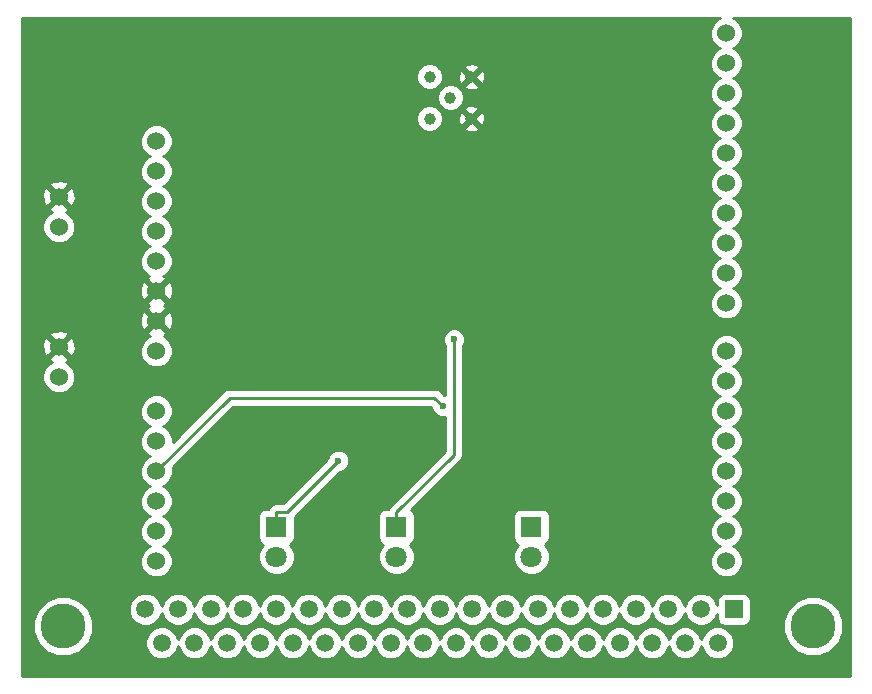
<source format=gbl>
G04 #@! TF.FileFunction,Copper,L2,Bot,Signal*
%FSLAX46Y46*%
G04 Gerber Fmt 4.6, Leading zero omitted, Abs format (unit mm)*
G04 Created by KiCad (PCBNEW 4.0.7) date 10/31/17 21:38:08*
%MOMM*%
%LPD*%
G01*
G04 APERTURE LIST*
%ADD10C,0.100000*%
%ADD11R,1.520000X1.520000*%
%ADD12C,1.520000*%
%ADD13C,3.810000*%
%ADD14C,1.524000*%
%ADD15C,1.000000*%
%ADD16R,1.800000X1.800000*%
%ADD17C,1.800000*%
%ADD18C,0.600000*%
%ADD19C,0.250000*%
%ADD20C,0.254000*%
G04 APERTURE END LIST*
D10*
D11*
X201930000Y-127000000D03*
D12*
X199160000Y-127000000D03*
X196390000Y-127000000D03*
X193620000Y-127000000D03*
X190860000Y-127000000D03*
X188090000Y-127000000D03*
X185320000Y-127000000D03*
X182550000Y-127000000D03*
X179780000Y-127000000D03*
D13*
X208640000Y-128420000D03*
X145140000Y-128420000D03*
D12*
X177010000Y-127000000D03*
X174240000Y-127000000D03*
X171480000Y-127000000D03*
X168710000Y-127000000D03*
X165940000Y-127000000D03*
X163170000Y-127000000D03*
X160400000Y-127000000D03*
X157630000Y-127000000D03*
X154860000Y-127000000D03*
X152100000Y-127000000D03*
X200560000Y-129840000D03*
X197790000Y-129840000D03*
X195020000Y-129840000D03*
X192250000Y-129840000D03*
X189480000Y-129840000D03*
X186720000Y-129840000D03*
X183950000Y-129840000D03*
X181180000Y-129840000D03*
X178410000Y-129840000D03*
X175640000Y-129840000D03*
X172870000Y-129840000D03*
X170100000Y-129840000D03*
X167340000Y-129840000D03*
X164570000Y-129840000D03*
X161800000Y-129840000D03*
X159030000Y-129840000D03*
X156260000Y-129840000D03*
X153490000Y-129840000D03*
D14*
X153042000Y-87335000D03*
X153042000Y-89875000D03*
X153042000Y-92415000D03*
X153042000Y-94955000D03*
X153042000Y-97495000D03*
X153042000Y-100035000D03*
X153042000Y-102575000D03*
X153042000Y-105115000D03*
X153042000Y-110195000D03*
X201302000Y-105115000D03*
X153042000Y-112735000D03*
X153042000Y-115275000D03*
X153042000Y-117815000D03*
X153042000Y-120355000D03*
X153042000Y-122895000D03*
X201302000Y-78195000D03*
X201302000Y-80735000D03*
X201302000Y-83275000D03*
X201302000Y-85815000D03*
X201302000Y-88355000D03*
X201302000Y-90895000D03*
X201302000Y-93435000D03*
X201302000Y-95975000D03*
X201302000Y-98515000D03*
X201302000Y-101055000D03*
X201302000Y-107655000D03*
X201302000Y-110195000D03*
X201302000Y-112735000D03*
X201302000Y-115275000D03*
X201302000Y-117815000D03*
X201302000Y-120355000D03*
X201302000Y-122895000D03*
D15*
X179705000Y-81915000D03*
X176165000Y-81915000D03*
X179705000Y-85455000D03*
X176165000Y-85455000D03*
X177935000Y-83685000D03*
D14*
X144780000Y-107315000D03*
X144780000Y-104775000D03*
X144780000Y-94615000D03*
X144780000Y-92075000D03*
D16*
X184785000Y-120015000D03*
D17*
X184785000Y-122555000D03*
D16*
X173355000Y-120015000D03*
D17*
X173355000Y-122555000D03*
D16*
X163195000Y-120015000D03*
D17*
X163195000Y-122555000D03*
D18*
X178230000Y-104147500D03*
X168437100Y-114415100D03*
X177260300Y-109767500D03*
D19*
X178230000Y-113915000D02*
X178230000Y-104148000D01*
X173355000Y-118790000D02*
X178230000Y-113915000D01*
X173355000Y-120015000D02*
X173355000Y-118790000D01*
X178230000Y-104148000D02*
X178230000Y-104147500D01*
X164062000Y-118790000D02*
X166249500Y-116602500D01*
X163195000Y-118790000D02*
X164062000Y-118790000D01*
X163195000Y-120015000D02*
X163195000Y-118790000D01*
X166249500Y-116602500D02*
X168437000Y-114415000D01*
X166249700Y-116602500D02*
X168437100Y-114415100D01*
X166249500Y-116602500D02*
X166249700Y-116602500D01*
X159241000Y-109076000D02*
X153042000Y-115275000D01*
X171994000Y-109076000D02*
X159241000Y-109076000D01*
X176568800Y-109076000D02*
X177260300Y-109767500D01*
X171994000Y-109076000D02*
X176568800Y-109076000D01*
D20*
G36*
X200511697Y-77009990D02*
X200118371Y-77402630D01*
X199905243Y-77915900D01*
X199904758Y-78471661D01*
X200116990Y-78985303D01*
X200509630Y-79378629D01*
X200717512Y-79464949D01*
X200511697Y-79549990D01*
X200118371Y-79942630D01*
X199905243Y-80455900D01*
X199904758Y-81011661D01*
X200116990Y-81525303D01*
X200509630Y-81918629D01*
X200717512Y-82004949D01*
X200511697Y-82089990D01*
X200118371Y-82482630D01*
X199905243Y-82995900D01*
X199904758Y-83551661D01*
X200116990Y-84065303D01*
X200509630Y-84458629D01*
X200717512Y-84544949D01*
X200511697Y-84629990D01*
X200118371Y-85022630D01*
X199905243Y-85535900D01*
X199904758Y-86091661D01*
X200116990Y-86605303D01*
X200509630Y-86998629D01*
X200717512Y-87084949D01*
X200511697Y-87169990D01*
X200118371Y-87562630D01*
X199905243Y-88075900D01*
X199904758Y-88631661D01*
X200116990Y-89145303D01*
X200509630Y-89538629D01*
X200717512Y-89624949D01*
X200511697Y-89709990D01*
X200118371Y-90102630D01*
X199905243Y-90615900D01*
X199904758Y-91171661D01*
X200116990Y-91685303D01*
X200509630Y-92078629D01*
X200717512Y-92164949D01*
X200511697Y-92249990D01*
X200118371Y-92642630D01*
X199905243Y-93155900D01*
X199904758Y-93711661D01*
X200116990Y-94225303D01*
X200509630Y-94618629D01*
X200717512Y-94704949D01*
X200511697Y-94789990D01*
X200118371Y-95182630D01*
X199905243Y-95695900D01*
X199904758Y-96251661D01*
X200116990Y-96765303D01*
X200509630Y-97158629D01*
X200717512Y-97244949D01*
X200511697Y-97329990D01*
X200118371Y-97722630D01*
X199905243Y-98235900D01*
X199904758Y-98791661D01*
X200116990Y-99305303D01*
X200509630Y-99698629D01*
X200717512Y-99784949D01*
X200511697Y-99869990D01*
X200118371Y-100262630D01*
X199905243Y-100775900D01*
X199904758Y-101331661D01*
X200116990Y-101845303D01*
X200509630Y-102238629D01*
X201022900Y-102451757D01*
X201578661Y-102452242D01*
X202092303Y-102240010D01*
X202485629Y-101847370D01*
X202698757Y-101334100D01*
X202699242Y-100778339D01*
X202487010Y-100264697D01*
X202094370Y-99871371D01*
X201886488Y-99785051D01*
X202092303Y-99700010D01*
X202485629Y-99307370D01*
X202698757Y-98794100D01*
X202699242Y-98238339D01*
X202487010Y-97724697D01*
X202094370Y-97331371D01*
X201886488Y-97245051D01*
X202092303Y-97160010D01*
X202485629Y-96767370D01*
X202698757Y-96254100D01*
X202699242Y-95698339D01*
X202487010Y-95184697D01*
X202094370Y-94791371D01*
X201886488Y-94705051D01*
X202092303Y-94620010D01*
X202485629Y-94227370D01*
X202698757Y-93714100D01*
X202699242Y-93158339D01*
X202487010Y-92644697D01*
X202094370Y-92251371D01*
X201886488Y-92165051D01*
X202092303Y-92080010D01*
X202485629Y-91687370D01*
X202698757Y-91174100D01*
X202699242Y-90618339D01*
X202487010Y-90104697D01*
X202094370Y-89711371D01*
X201886488Y-89625051D01*
X202092303Y-89540010D01*
X202485629Y-89147370D01*
X202698757Y-88634100D01*
X202699242Y-88078339D01*
X202487010Y-87564697D01*
X202094370Y-87171371D01*
X201886488Y-87085051D01*
X202092303Y-87000010D01*
X202485629Y-86607370D01*
X202698757Y-86094100D01*
X202699242Y-85538339D01*
X202487010Y-85024697D01*
X202094370Y-84631371D01*
X201886488Y-84545051D01*
X202092303Y-84460010D01*
X202485629Y-84067370D01*
X202698757Y-83554100D01*
X202699242Y-82998339D01*
X202487010Y-82484697D01*
X202094370Y-82091371D01*
X201886488Y-82005051D01*
X202092303Y-81920010D01*
X202485629Y-81527370D01*
X202698757Y-81014100D01*
X202699242Y-80458339D01*
X202487010Y-79944697D01*
X202094370Y-79551371D01*
X201886488Y-79465051D01*
X202092303Y-79380010D01*
X202485629Y-78987370D01*
X202698757Y-78474100D01*
X202699242Y-77918339D01*
X202487010Y-77404697D01*
X202094370Y-77011371D01*
X201850241Y-76910000D01*
X211790000Y-76910000D01*
X211790000Y-132640000D01*
X141680000Y-132640000D01*
X141680000Y-128923021D01*
X142599560Y-128923021D01*
X142985437Y-129856915D01*
X143699327Y-130572052D01*
X144632546Y-130959559D01*
X145643021Y-130960440D01*
X146576915Y-130574563D01*
X147036013Y-130116265D01*
X152094758Y-130116265D01*
X152306687Y-130629172D01*
X152698764Y-131021934D01*
X153211300Y-131234758D01*
X153766265Y-131235242D01*
X154279172Y-131023313D01*
X154671934Y-130631236D01*
X154875238Y-130141628D01*
X155076687Y-130629172D01*
X155468764Y-131021934D01*
X155981300Y-131234758D01*
X156536265Y-131235242D01*
X157049172Y-131023313D01*
X157441934Y-130631236D01*
X157645238Y-130141628D01*
X157846687Y-130629172D01*
X158238764Y-131021934D01*
X158751300Y-131234758D01*
X159306265Y-131235242D01*
X159819172Y-131023313D01*
X160211934Y-130631236D01*
X160415238Y-130141628D01*
X160616687Y-130629172D01*
X161008764Y-131021934D01*
X161521300Y-131234758D01*
X162076265Y-131235242D01*
X162589172Y-131023313D01*
X162981934Y-130631236D01*
X163185238Y-130141628D01*
X163386687Y-130629172D01*
X163778764Y-131021934D01*
X164291300Y-131234758D01*
X164846265Y-131235242D01*
X165359172Y-131023313D01*
X165751934Y-130631236D01*
X165955238Y-130141628D01*
X166156687Y-130629172D01*
X166548764Y-131021934D01*
X167061300Y-131234758D01*
X167616265Y-131235242D01*
X168129172Y-131023313D01*
X168521934Y-130631236D01*
X168720225Y-130153699D01*
X168916687Y-130629172D01*
X169308764Y-131021934D01*
X169821300Y-131234758D01*
X170376265Y-131235242D01*
X170889172Y-131023313D01*
X171281934Y-130631236D01*
X171485238Y-130141628D01*
X171686687Y-130629172D01*
X172078764Y-131021934D01*
X172591300Y-131234758D01*
X173146265Y-131235242D01*
X173659172Y-131023313D01*
X174051934Y-130631236D01*
X174255238Y-130141628D01*
X174456687Y-130629172D01*
X174848764Y-131021934D01*
X175361300Y-131234758D01*
X175916265Y-131235242D01*
X176429172Y-131023313D01*
X176821934Y-130631236D01*
X177025238Y-130141628D01*
X177226687Y-130629172D01*
X177618764Y-131021934D01*
X178131300Y-131234758D01*
X178686265Y-131235242D01*
X179199172Y-131023313D01*
X179591934Y-130631236D01*
X179795238Y-130141628D01*
X179996687Y-130629172D01*
X180388764Y-131021934D01*
X180901300Y-131234758D01*
X181456265Y-131235242D01*
X181969172Y-131023313D01*
X182361934Y-130631236D01*
X182565238Y-130141628D01*
X182766687Y-130629172D01*
X183158764Y-131021934D01*
X183671300Y-131234758D01*
X184226265Y-131235242D01*
X184739172Y-131023313D01*
X185131934Y-130631236D01*
X185335238Y-130141628D01*
X185536687Y-130629172D01*
X185928764Y-131021934D01*
X186441300Y-131234758D01*
X186996265Y-131235242D01*
X187509172Y-131023313D01*
X187901934Y-130631236D01*
X188100225Y-130153699D01*
X188296687Y-130629172D01*
X188688764Y-131021934D01*
X189201300Y-131234758D01*
X189756265Y-131235242D01*
X190269172Y-131023313D01*
X190661934Y-130631236D01*
X190865238Y-130141628D01*
X191066687Y-130629172D01*
X191458764Y-131021934D01*
X191971300Y-131234758D01*
X192526265Y-131235242D01*
X193039172Y-131023313D01*
X193431934Y-130631236D01*
X193635238Y-130141628D01*
X193836687Y-130629172D01*
X194228764Y-131021934D01*
X194741300Y-131234758D01*
X195296265Y-131235242D01*
X195809172Y-131023313D01*
X196201934Y-130631236D01*
X196405238Y-130141628D01*
X196606687Y-130629172D01*
X196998764Y-131021934D01*
X197511300Y-131234758D01*
X198066265Y-131235242D01*
X198579172Y-131023313D01*
X198971934Y-130631236D01*
X199175238Y-130141628D01*
X199376687Y-130629172D01*
X199768764Y-131021934D01*
X200281300Y-131234758D01*
X200836265Y-131235242D01*
X201349172Y-131023313D01*
X201741934Y-130631236D01*
X201954758Y-130118700D01*
X201955242Y-129563735D01*
X201743313Y-129050828D01*
X201615729Y-128923021D01*
X206099560Y-128923021D01*
X206485437Y-129856915D01*
X207199327Y-130572052D01*
X208132546Y-130959559D01*
X209143021Y-130960440D01*
X210076915Y-130574563D01*
X210792052Y-129860673D01*
X211179559Y-128927454D01*
X211180440Y-127916979D01*
X210794563Y-126983085D01*
X210080673Y-126267948D01*
X209147454Y-125880441D01*
X208136979Y-125879560D01*
X207203085Y-126265437D01*
X206487948Y-126979327D01*
X206100441Y-127912546D01*
X206099560Y-128923021D01*
X201615729Y-128923021D01*
X201351236Y-128658066D01*
X200838700Y-128445242D01*
X200283735Y-128444758D01*
X199770828Y-128656687D01*
X199378066Y-129048764D01*
X199174762Y-129538372D01*
X198973313Y-129050828D01*
X198581236Y-128658066D01*
X198068700Y-128445242D01*
X197513735Y-128444758D01*
X197000828Y-128656687D01*
X196608066Y-129048764D01*
X196404762Y-129538372D01*
X196203313Y-129050828D01*
X195811236Y-128658066D01*
X195298700Y-128445242D01*
X194743735Y-128444758D01*
X194230828Y-128656687D01*
X193838066Y-129048764D01*
X193634762Y-129538372D01*
X193433313Y-129050828D01*
X193041236Y-128658066D01*
X192528700Y-128445242D01*
X191973735Y-128444758D01*
X191460828Y-128656687D01*
X191068066Y-129048764D01*
X190864762Y-129538372D01*
X190663313Y-129050828D01*
X190271236Y-128658066D01*
X189758700Y-128445242D01*
X189203735Y-128444758D01*
X188690828Y-128656687D01*
X188298066Y-129048764D01*
X188099775Y-129526301D01*
X187903313Y-129050828D01*
X187511236Y-128658066D01*
X186998700Y-128445242D01*
X186443735Y-128444758D01*
X185930828Y-128656687D01*
X185538066Y-129048764D01*
X185334762Y-129538372D01*
X185133313Y-129050828D01*
X184741236Y-128658066D01*
X184228700Y-128445242D01*
X183673735Y-128444758D01*
X183160828Y-128656687D01*
X182768066Y-129048764D01*
X182564762Y-129538372D01*
X182363313Y-129050828D01*
X181971236Y-128658066D01*
X181458700Y-128445242D01*
X180903735Y-128444758D01*
X180390828Y-128656687D01*
X179998066Y-129048764D01*
X179794762Y-129538372D01*
X179593313Y-129050828D01*
X179201236Y-128658066D01*
X178688700Y-128445242D01*
X178133735Y-128444758D01*
X177620828Y-128656687D01*
X177228066Y-129048764D01*
X177024762Y-129538372D01*
X176823313Y-129050828D01*
X176431236Y-128658066D01*
X175918700Y-128445242D01*
X175363735Y-128444758D01*
X174850828Y-128656687D01*
X174458066Y-129048764D01*
X174254762Y-129538372D01*
X174053313Y-129050828D01*
X173661236Y-128658066D01*
X173148700Y-128445242D01*
X172593735Y-128444758D01*
X172080828Y-128656687D01*
X171688066Y-129048764D01*
X171484762Y-129538372D01*
X171283313Y-129050828D01*
X170891236Y-128658066D01*
X170378700Y-128445242D01*
X169823735Y-128444758D01*
X169310828Y-128656687D01*
X168918066Y-129048764D01*
X168719775Y-129526301D01*
X168523313Y-129050828D01*
X168131236Y-128658066D01*
X167618700Y-128445242D01*
X167063735Y-128444758D01*
X166550828Y-128656687D01*
X166158066Y-129048764D01*
X165954762Y-129538372D01*
X165753313Y-129050828D01*
X165361236Y-128658066D01*
X164848700Y-128445242D01*
X164293735Y-128444758D01*
X163780828Y-128656687D01*
X163388066Y-129048764D01*
X163184762Y-129538372D01*
X162983313Y-129050828D01*
X162591236Y-128658066D01*
X162078700Y-128445242D01*
X161523735Y-128444758D01*
X161010828Y-128656687D01*
X160618066Y-129048764D01*
X160414762Y-129538372D01*
X160213313Y-129050828D01*
X159821236Y-128658066D01*
X159308700Y-128445242D01*
X158753735Y-128444758D01*
X158240828Y-128656687D01*
X157848066Y-129048764D01*
X157644762Y-129538372D01*
X157443313Y-129050828D01*
X157051236Y-128658066D01*
X156538700Y-128445242D01*
X155983735Y-128444758D01*
X155470828Y-128656687D01*
X155078066Y-129048764D01*
X154874762Y-129538372D01*
X154673313Y-129050828D01*
X154281236Y-128658066D01*
X153768700Y-128445242D01*
X153213735Y-128444758D01*
X152700828Y-128656687D01*
X152308066Y-129048764D01*
X152095242Y-129561300D01*
X152094758Y-130116265D01*
X147036013Y-130116265D01*
X147292052Y-129860673D01*
X147679559Y-128927454D01*
X147680440Y-127916979D01*
X147415703Y-127276265D01*
X150704758Y-127276265D01*
X150916687Y-127789172D01*
X151308764Y-128181934D01*
X151821300Y-128394758D01*
X152376265Y-128395242D01*
X152889172Y-128183313D01*
X153281934Y-127791236D01*
X153480225Y-127313699D01*
X153676687Y-127789172D01*
X154068764Y-128181934D01*
X154581300Y-128394758D01*
X155136265Y-128395242D01*
X155649172Y-128183313D01*
X156041934Y-127791236D01*
X156245238Y-127301628D01*
X156446687Y-127789172D01*
X156838764Y-128181934D01*
X157351300Y-128394758D01*
X157906265Y-128395242D01*
X158419172Y-128183313D01*
X158811934Y-127791236D01*
X159015238Y-127301628D01*
X159216687Y-127789172D01*
X159608764Y-128181934D01*
X160121300Y-128394758D01*
X160676265Y-128395242D01*
X161189172Y-128183313D01*
X161581934Y-127791236D01*
X161785238Y-127301628D01*
X161986687Y-127789172D01*
X162378764Y-128181934D01*
X162891300Y-128394758D01*
X163446265Y-128395242D01*
X163959172Y-128183313D01*
X164351934Y-127791236D01*
X164555238Y-127301628D01*
X164756687Y-127789172D01*
X165148764Y-128181934D01*
X165661300Y-128394758D01*
X166216265Y-128395242D01*
X166729172Y-128183313D01*
X167121934Y-127791236D01*
X167325238Y-127301628D01*
X167526687Y-127789172D01*
X167918764Y-128181934D01*
X168431300Y-128394758D01*
X168986265Y-128395242D01*
X169499172Y-128183313D01*
X169891934Y-127791236D01*
X170095238Y-127301628D01*
X170296687Y-127789172D01*
X170688764Y-128181934D01*
X171201300Y-128394758D01*
X171756265Y-128395242D01*
X172269172Y-128183313D01*
X172661934Y-127791236D01*
X172860225Y-127313699D01*
X173056687Y-127789172D01*
X173448764Y-128181934D01*
X173961300Y-128394758D01*
X174516265Y-128395242D01*
X175029172Y-128183313D01*
X175421934Y-127791236D01*
X175625238Y-127301628D01*
X175826687Y-127789172D01*
X176218764Y-128181934D01*
X176731300Y-128394758D01*
X177286265Y-128395242D01*
X177799172Y-128183313D01*
X178191934Y-127791236D01*
X178395238Y-127301628D01*
X178596687Y-127789172D01*
X178988764Y-128181934D01*
X179501300Y-128394758D01*
X180056265Y-128395242D01*
X180569172Y-128183313D01*
X180961934Y-127791236D01*
X181165238Y-127301628D01*
X181366687Y-127789172D01*
X181758764Y-128181934D01*
X182271300Y-128394758D01*
X182826265Y-128395242D01*
X183339172Y-128183313D01*
X183731934Y-127791236D01*
X183935238Y-127301628D01*
X184136687Y-127789172D01*
X184528764Y-128181934D01*
X185041300Y-128394758D01*
X185596265Y-128395242D01*
X186109172Y-128183313D01*
X186501934Y-127791236D01*
X186705238Y-127301628D01*
X186906687Y-127789172D01*
X187298764Y-128181934D01*
X187811300Y-128394758D01*
X188366265Y-128395242D01*
X188879172Y-128183313D01*
X189271934Y-127791236D01*
X189475238Y-127301628D01*
X189676687Y-127789172D01*
X190068764Y-128181934D01*
X190581300Y-128394758D01*
X191136265Y-128395242D01*
X191649172Y-128183313D01*
X192041934Y-127791236D01*
X192240225Y-127313699D01*
X192436687Y-127789172D01*
X192828764Y-128181934D01*
X193341300Y-128394758D01*
X193896265Y-128395242D01*
X194409172Y-128183313D01*
X194801934Y-127791236D01*
X195005238Y-127301628D01*
X195206687Y-127789172D01*
X195598764Y-128181934D01*
X196111300Y-128394758D01*
X196666265Y-128395242D01*
X197179172Y-128183313D01*
X197571934Y-127791236D01*
X197775238Y-127301628D01*
X197976687Y-127789172D01*
X198368764Y-128181934D01*
X198881300Y-128394758D01*
X199436265Y-128395242D01*
X199949172Y-128183313D01*
X200341934Y-127791236D01*
X200522560Y-127356241D01*
X200522560Y-127760000D01*
X200566838Y-127995317D01*
X200705910Y-128211441D01*
X200918110Y-128356431D01*
X201170000Y-128407440D01*
X202690000Y-128407440D01*
X202925317Y-128363162D01*
X203141441Y-128224090D01*
X203286431Y-128011890D01*
X203337440Y-127760000D01*
X203337440Y-126240000D01*
X203293162Y-126004683D01*
X203154090Y-125788559D01*
X202941890Y-125643569D01*
X202690000Y-125592560D01*
X201170000Y-125592560D01*
X200934683Y-125636838D01*
X200718559Y-125775910D01*
X200573569Y-125988110D01*
X200522560Y-126240000D01*
X200522560Y-126644639D01*
X200343313Y-126210828D01*
X199951236Y-125818066D01*
X199438700Y-125605242D01*
X198883735Y-125604758D01*
X198370828Y-125816687D01*
X197978066Y-126208764D01*
X197774762Y-126698372D01*
X197573313Y-126210828D01*
X197181236Y-125818066D01*
X196668700Y-125605242D01*
X196113735Y-125604758D01*
X195600828Y-125816687D01*
X195208066Y-126208764D01*
X195004762Y-126698372D01*
X194803313Y-126210828D01*
X194411236Y-125818066D01*
X193898700Y-125605242D01*
X193343735Y-125604758D01*
X192830828Y-125816687D01*
X192438066Y-126208764D01*
X192239775Y-126686301D01*
X192043313Y-126210828D01*
X191651236Y-125818066D01*
X191138700Y-125605242D01*
X190583735Y-125604758D01*
X190070828Y-125816687D01*
X189678066Y-126208764D01*
X189474762Y-126698372D01*
X189273313Y-126210828D01*
X188881236Y-125818066D01*
X188368700Y-125605242D01*
X187813735Y-125604758D01*
X187300828Y-125816687D01*
X186908066Y-126208764D01*
X186704762Y-126698372D01*
X186503313Y-126210828D01*
X186111236Y-125818066D01*
X185598700Y-125605242D01*
X185043735Y-125604758D01*
X184530828Y-125816687D01*
X184138066Y-126208764D01*
X183934762Y-126698372D01*
X183733313Y-126210828D01*
X183341236Y-125818066D01*
X182828700Y-125605242D01*
X182273735Y-125604758D01*
X181760828Y-125816687D01*
X181368066Y-126208764D01*
X181164762Y-126698372D01*
X180963313Y-126210828D01*
X180571236Y-125818066D01*
X180058700Y-125605242D01*
X179503735Y-125604758D01*
X178990828Y-125816687D01*
X178598066Y-126208764D01*
X178394762Y-126698372D01*
X178193313Y-126210828D01*
X177801236Y-125818066D01*
X177288700Y-125605242D01*
X176733735Y-125604758D01*
X176220828Y-125816687D01*
X175828066Y-126208764D01*
X175624762Y-126698372D01*
X175423313Y-126210828D01*
X175031236Y-125818066D01*
X174518700Y-125605242D01*
X173963735Y-125604758D01*
X173450828Y-125816687D01*
X173058066Y-126208764D01*
X172859775Y-126686301D01*
X172663313Y-126210828D01*
X172271236Y-125818066D01*
X171758700Y-125605242D01*
X171203735Y-125604758D01*
X170690828Y-125816687D01*
X170298066Y-126208764D01*
X170094762Y-126698372D01*
X169893313Y-126210828D01*
X169501236Y-125818066D01*
X168988700Y-125605242D01*
X168433735Y-125604758D01*
X167920828Y-125816687D01*
X167528066Y-126208764D01*
X167324762Y-126698372D01*
X167123313Y-126210828D01*
X166731236Y-125818066D01*
X166218700Y-125605242D01*
X165663735Y-125604758D01*
X165150828Y-125816687D01*
X164758066Y-126208764D01*
X164554762Y-126698372D01*
X164353313Y-126210828D01*
X163961236Y-125818066D01*
X163448700Y-125605242D01*
X162893735Y-125604758D01*
X162380828Y-125816687D01*
X161988066Y-126208764D01*
X161784762Y-126698372D01*
X161583313Y-126210828D01*
X161191236Y-125818066D01*
X160678700Y-125605242D01*
X160123735Y-125604758D01*
X159610828Y-125816687D01*
X159218066Y-126208764D01*
X159014762Y-126698372D01*
X158813313Y-126210828D01*
X158421236Y-125818066D01*
X157908700Y-125605242D01*
X157353735Y-125604758D01*
X156840828Y-125816687D01*
X156448066Y-126208764D01*
X156244762Y-126698372D01*
X156043313Y-126210828D01*
X155651236Y-125818066D01*
X155138700Y-125605242D01*
X154583735Y-125604758D01*
X154070828Y-125816687D01*
X153678066Y-126208764D01*
X153479775Y-126686301D01*
X153283313Y-126210828D01*
X152891236Y-125818066D01*
X152378700Y-125605242D01*
X151823735Y-125604758D01*
X151310828Y-125816687D01*
X150918066Y-126208764D01*
X150705242Y-126721300D01*
X150704758Y-127276265D01*
X147415703Y-127276265D01*
X147294563Y-126983085D01*
X146580673Y-126267948D01*
X145647454Y-125880441D01*
X144636979Y-125879560D01*
X143703085Y-126265437D01*
X142987948Y-126979327D01*
X142600441Y-127912546D01*
X142599560Y-128923021D01*
X141680000Y-128923021D01*
X141680000Y-110471661D01*
X151644758Y-110471661D01*
X151856990Y-110985303D01*
X152249630Y-111378629D01*
X152457512Y-111464949D01*
X152251697Y-111549990D01*
X151858371Y-111942630D01*
X151645243Y-112455900D01*
X151644758Y-113011661D01*
X151856990Y-113525303D01*
X152249630Y-113918629D01*
X152457512Y-114004949D01*
X152251697Y-114089990D01*
X151858371Y-114482630D01*
X151645243Y-114995900D01*
X151644758Y-115551661D01*
X151856990Y-116065303D01*
X152249630Y-116458629D01*
X152457512Y-116544949D01*
X152251697Y-116629990D01*
X151858371Y-117022630D01*
X151645243Y-117535900D01*
X151644758Y-118091661D01*
X151856990Y-118605303D01*
X152249630Y-118998629D01*
X152457512Y-119084949D01*
X152251697Y-119169990D01*
X151858371Y-119562630D01*
X151645243Y-120075900D01*
X151644758Y-120631661D01*
X151856990Y-121145303D01*
X152249630Y-121538629D01*
X152457512Y-121624949D01*
X152251697Y-121709990D01*
X151858371Y-122102630D01*
X151645243Y-122615900D01*
X151644758Y-123171661D01*
X151856990Y-123685303D01*
X152249630Y-124078629D01*
X152762900Y-124291757D01*
X153318661Y-124292242D01*
X153832303Y-124080010D01*
X154225629Y-123687370D01*
X154438757Y-123174100D01*
X154439242Y-122618339D01*
X154227010Y-122104697D01*
X153834370Y-121711371D01*
X153626488Y-121625051D01*
X153832303Y-121540010D01*
X154225629Y-121147370D01*
X154438757Y-120634100D01*
X154439242Y-120078339D01*
X154227010Y-119564697D01*
X153834370Y-119171371D01*
X153698614Y-119115000D01*
X161647560Y-119115000D01*
X161647560Y-120915000D01*
X161691838Y-121150317D01*
X161830910Y-121366441D01*
X162043110Y-121511431D01*
X162063534Y-121515567D01*
X161894449Y-121684357D01*
X161660267Y-122248330D01*
X161659735Y-122858991D01*
X161892932Y-123423371D01*
X162324357Y-123855551D01*
X162888330Y-124089733D01*
X163498991Y-124090265D01*
X164063371Y-123857068D01*
X164495551Y-123425643D01*
X164729733Y-122861670D01*
X164730265Y-122251009D01*
X164497068Y-121686629D01*
X164329120Y-121518387D01*
X164330317Y-121518162D01*
X164546441Y-121379090D01*
X164691431Y-121166890D01*
X164742440Y-120915000D01*
X164742440Y-119184362D01*
X166786498Y-117140304D01*
X166787101Y-117139901D01*
X168576780Y-115350222D01*
X168622267Y-115350262D01*
X168966043Y-115208217D01*
X169229292Y-114945427D01*
X169371938Y-114601899D01*
X169372262Y-114229933D01*
X169230217Y-113886157D01*
X168967427Y-113622908D01*
X168623899Y-113480262D01*
X168251933Y-113479938D01*
X167908157Y-113621983D01*
X167644908Y-113884773D01*
X167502262Y-114228301D01*
X167502221Y-114274977D01*
X163747198Y-118030000D01*
X163195000Y-118030000D01*
X162904161Y-118087852D01*
X162657599Y-118252599D01*
X162513967Y-118467560D01*
X162295000Y-118467560D01*
X162059683Y-118511838D01*
X161843559Y-118650910D01*
X161698569Y-118863110D01*
X161647560Y-119115000D01*
X153698614Y-119115000D01*
X153626488Y-119085051D01*
X153832303Y-119000010D01*
X154225629Y-118607370D01*
X154438757Y-118094100D01*
X154439242Y-117538339D01*
X154227010Y-117024697D01*
X153834370Y-116631371D01*
X153626488Y-116545051D01*
X153832303Y-116460010D01*
X154225629Y-116067370D01*
X154438757Y-115554100D01*
X154439242Y-114998339D01*
X154425857Y-114965945D01*
X159555802Y-109836000D01*
X176253998Y-109836000D01*
X176325178Y-109907180D01*
X176325138Y-109952667D01*
X176467183Y-110296443D01*
X176729973Y-110559692D01*
X177073501Y-110702338D01*
X177445467Y-110702662D01*
X177470000Y-110692525D01*
X177470000Y-113600198D01*
X172817599Y-118252599D01*
X172673967Y-118467560D01*
X172455000Y-118467560D01*
X172219683Y-118511838D01*
X172003559Y-118650910D01*
X171858569Y-118863110D01*
X171807560Y-119115000D01*
X171807560Y-120915000D01*
X171851838Y-121150317D01*
X171990910Y-121366441D01*
X172203110Y-121511431D01*
X172223534Y-121515567D01*
X172054449Y-121684357D01*
X171820267Y-122248330D01*
X171819735Y-122858991D01*
X172052932Y-123423371D01*
X172484357Y-123855551D01*
X173048330Y-124089733D01*
X173658991Y-124090265D01*
X174223371Y-123857068D01*
X174655551Y-123425643D01*
X174889733Y-122861670D01*
X174890265Y-122251009D01*
X174657068Y-121686629D01*
X174489120Y-121518387D01*
X174490317Y-121518162D01*
X174706441Y-121379090D01*
X174851431Y-121166890D01*
X174902440Y-120915000D01*
X174902440Y-119115000D01*
X183237560Y-119115000D01*
X183237560Y-120915000D01*
X183281838Y-121150317D01*
X183420910Y-121366441D01*
X183633110Y-121511431D01*
X183653534Y-121515567D01*
X183484449Y-121684357D01*
X183250267Y-122248330D01*
X183249735Y-122858991D01*
X183482932Y-123423371D01*
X183914357Y-123855551D01*
X184478330Y-124089733D01*
X185088991Y-124090265D01*
X185653371Y-123857068D01*
X186085551Y-123425643D01*
X186319733Y-122861670D01*
X186320265Y-122251009D01*
X186087068Y-121686629D01*
X185919120Y-121518387D01*
X185920317Y-121518162D01*
X186136441Y-121379090D01*
X186281431Y-121166890D01*
X186332440Y-120915000D01*
X186332440Y-119115000D01*
X186288162Y-118879683D01*
X186149090Y-118663559D01*
X185936890Y-118518569D01*
X185685000Y-118467560D01*
X183885000Y-118467560D01*
X183649683Y-118511838D01*
X183433559Y-118650910D01*
X183288569Y-118863110D01*
X183237560Y-119115000D01*
X174902440Y-119115000D01*
X174858162Y-118879683D01*
X174719090Y-118663559D01*
X174622346Y-118597456D01*
X178767401Y-114452401D01*
X178932148Y-114205839D01*
X178990000Y-113915000D01*
X178990000Y-105391661D01*
X199904758Y-105391661D01*
X200116990Y-105905303D01*
X200509630Y-106298629D01*
X200717512Y-106384949D01*
X200511697Y-106469990D01*
X200118371Y-106862630D01*
X199905243Y-107375900D01*
X199904758Y-107931661D01*
X200116990Y-108445303D01*
X200509630Y-108838629D01*
X200717512Y-108924949D01*
X200511697Y-109009990D01*
X200118371Y-109402630D01*
X199905243Y-109915900D01*
X199904758Y-110471661D01*
X200116990Y-110985303D01*
X200509630Y-111378629D01*
X200717512Y-111464949D01*
X200511697Y-111549990D01*
X200118371Y-111942630D01*
X199905243Y-112455900D01*
X199904758Y-113011661D01*
X200116990Y-113525303D01*
X200509630Y-113918629D01*
X200717512Y-114004949D01*
X200511697Y-114089990D01*
X200118371Y-114482630D01*
X199905243Y-114995900D01*
X199904758Y-115551661D01*
X200116990Y-116065303D01*
X200509630Y-116458629D01*
X200717512Y-116544949D01*
X200511697Y-116629990D01*
X200118371Y-117022630D01*
X199905243Y-117535900D01*
X199904758Y-118091661D01*
X200116990Y-118605303D01*
X200509630Y-118998629D01*
X200717512Y-119084949D01*
X200511697Y-119169990D01*
X200118371Y-119562630D01*
X199905243Y-120075900D01*
X199904758Y-120631661D01*
X200116990Y-121145303D01*
X200509630Y-121538629D01*
X200717512Y-121624949D01*
X200511697Y-121709990D01*
X200118371Y-122102630D01*
X199905243Y-122615900D01*
X199904758Y-123171661D01*
X200116990Y-123685303D01*
X200509630Y-124078629D01*
X201022900Y-124291757D01*
X201578661Y-124292242D01*
X202092303Y-124080010D01*
X202485629Y-123687370D01*
X202698757Y-123174100D01*
X202699242Y-122618339D01*
X202487010Y-122104697D01*
X202094370Y-121711371D01*
X201886488Y-121625051D01*
X202092303Y-121540010D01*
X202485629Y-121147370D01*
X202698757Y-120634100D01*
X202699242Y-120078339D01*
X202487010Y-119564697D01*
X202094370Y-119171371D01*
X201886488Y-119085051D01*
X202092303Y-119000010D01*
X202485629Y-118607370D01*
X202698757Y-118094100D01*
X202699242Y-117538339D01*
X202487010Y-117024697D01*
X202094370Y-116631371D01*
X201886488Y-116545051D01*
X202092303Y-116460010D01*
X202485629Y-116067370D01*
X202698757Y-115554100D01*
X202699242Y-114998339D01*
X202487010Y-114484697D01*
X202094370Y-114091371D01*
X201886488Y-114005051D01*
X202092303Y-113920010D01*
X202485629Y-113527370D01*
X202698757Y-113014100D01*
X202699242Y-112458339D01*
X202487010Y-111944697D01*
X202094370Y-111551371D01*
X201886488Y-111465051D01*
X202092303Y-111380010D01*
X202485629Y-110987370D01*
X202698757Y-110474100D01*
X202699242Y-109918339D01*
X202487010Y-109404697D01*
X202094370Y-109011371D01*
X201886488Y-108925051D01*
X202092303Y-108840010D01*
X202485629Y-108447370D01*
X202698757Y-107934100D01*
X202699242Y-107378339D01*
X202487010Y-106864697D01*
X202094370Y-106471371D01*
X201886488Y-106385051D01*
X202092303Y-106300010D01*
X202485629Y-105907370D01*
X202698757Y-105394100D01*
X202699242Y-104838339D01*
X202487010Y-104324697D01*
X202094370Y-103931371D01*
X201581100Y-103718243D01*
X201025339Y-103717758D01*
X200511697Y-103929990D01*
X200118371Y-104322630D01*
X199905243Y-104835900D01*
X199904758Y-105391661D01*
X178990000Y-105391661D01*
X178990000Y-104709963D01*
X179022192Y-104677827D01*
X179164838Y-104334299D01*
X179165162Y-103962333D01*
X179023117Y-103618557D01*
X178760327Y-103355308D01*
X178416799Y-103212662D01*
X178044833Y-103212338D01*
X177701057Y-103354383D01*
X177437808Y-103617173D01*
X177295162Y-103960701D01*
X177294838Y-104332667D01*
X177436883Y-104676443D01*
X177470000Y-104709618D01*
X177470000Y-108842171D01*
X177447099Y-108832662D01*
X177400223Y-108832621D01*
X177106201Y-108538599D01*
X176859639Y-108373852D01*
X176568800Y-108316000D01*
X159241000Y-108316000D01*
X158950161Y-108373852D01*
X158703599Y-108538599D01*
X154438941Y-112803257D01*
X154439242Y-112458339D01*
X154227010Y-111944697D01*
X153834370Y-111551371D01*
X153626488Y-111465051D01*
X153832303Y-111380010D01*
X154225629Y-110987370D01*
X154438757Y-110474100D01*
X154439242Y-109918339D01*
X154227010Y-109404697D01*
X153834370Y-109011371D01*
X153321100Y-108798243D01*
X152765339Y-108797758D01*
X152251697Y-109009990D01*
X151858371Y-109402630D01*
X151645243Y-109915900D01*
X151644758Y-110471661D01*
X141680000Y-110471661D01*
X141680000Y-107591661D01*
X143382758Y-107591661D01*
X143594990Y-108105303D01*
X143987630Y-108498629D01*
X144500900Y-108711757D01*
X145056661Y-108712242D01*
X145570303Y-108500010D01*
X145963629Y-108107370D01*
X146176757Y-107594100D01*
X146177242Y-107038339D01*
X145965010Y-106524697D01*
X145572370Y-106131371D01*
X145380273Y-106051605D01*
X145511143Y-105997397D01*
X145580608Y-105755213D01*
X144780000Y-104954605D01*
X143979392Y-105755213D01*
X144048857Y-105997397D01*
X144189318Y-106047509D01*
X143989697Y-106129990D01*
X143596371Y-106522630D01*
X143383243Y-107035900D01*
X143382758Y-107591661D01*
X141680000Y-107591661D01*
X141680000Y-104567302D01*
X143370856Y-104567302D01*
X143398638Y-105122368D01*
X143557603Y-105506143D01*
X143799787Y-105575608D01*
X144600395Y-104775000D01*
X144959605Y-104775000D01*
X145760213Y-105575608D01*
X146002397Y-105506143D01*
X146043240Y-105391661D01*
X151644758Y-105391661D01*
X151856990Y-105905303D01*
X152249630Y-106298629D01*
X152762900Y-106511757D01*
X153318661Y-106512242D01*
X153832303Y-106300010D01*
X154225629Y-105907370D01*
X154438757Y-105394100D01*
X154439242Y-104838339D01*
X154227010Y-104324697D01*
X153834370Y-103931371D01*
X153642273Y-103851605D01*
X153773143Y-103797397D01*
X153842608Y-103555213D01*
X153042000Y-102754605D01*
X152241392Y-103555213D01*
X152310857Y-103797397D01*
X152451318Y-103847509D01*
X152251697Y-103929990D01*
X151858371Y-104322630D01*
X151645243Y-104835900D01*
X151644758Y-105391661D01*
X146043240Y-105391661D01*
X146189144Y-104982698D01*
X146161362Y-104427632D01*
X146002397Y-104043857D01*
X145760213Y-103974392D01*
X144959605Y-104775000D01*
X144600395Y-104775000D01*
X143799787Y-103974392D01*
X143557603Y-104043857D01*
X143370856Y-104567302D01*
X141680000Y-104567302D01*
X141680000Y-103794787D01*
X143979392Y-103794787D01*
X144780000Y-104595395D01*
X145580608Y-103794787D01*
X145511143Y-103552603D01*
X144987698Y-103365856D01*
X144432632Y-103393638D01*
X144048857Y-103552603D01*
X143979392Y-103794787D01*
X141680000Y-103794787D01*
X141680000Y-102367302D01*
X151632856Y-102367302D01*
X151660638Y-102922368D01*
X151819603Y-103306143D01*
X152061787Y-103375608D01*
X152862395Y-102575000D01*
X153221605Y-102575000D01*
X154022213Y-103375608D01*
X154264397Y-103306143D01*
X154451144Y-102782698D01*
X154423362Y-102227632D01*
X154264397Y-101843857D01*
X154022213Y-101774392D01*
X153221605Y-102575000D01*
X152862395Y-102575000D01*
X152061787Y-101774392D01*
X151819603Y-101843857D01*
X151632856Y-102367302D01*
X141680000Y-102367302D01*
X141680000Y-101015213D01*
X152241392Y-101015213D01*
X152310857Y-101257397D01*
X152434344Y-101301453D01*
X152310857Y-101352603D01*
X152241392Y-101594787D01*
X153042000Y-102395395D01*
X153842608Y-101594787D01*
X153773143Y-101352603D01*
X153649656Y-101308547D01*
X153773143Y-101257397D01*
X153842608Y-101015213D01*
X153042000Y-100214605D01*
X152241392Y-101015213D01*
X141680000Y-101015213D01*
X141680000Y-99827302D01*
X151632856Y-99827302D01*
X151660638Y-100382368D01*
X151819603Y-100766143D01*
X152061787Y-100835608D01*
X152862395Y-100035000D01*
X153221605Y-100035000D01*
X154022213Y-100835608D01*
X154264397Y-100766143D01*
X154451144Y-100242698D01*
X154423362Y-99687632D01*
X154264397Y-99303857D01*
X154022213Y-99234392D01*
X153221605Y-100035000D01*
X152862395Y-100035000D01*
X152061787Y-99234392D01*
X151819603Y-99303857D01*
X151632856Y-99827302D01*
X141680000Y-99827302D01*
X141680000Y-94891661D01*
X143382758Y-94891661D01*
X143594990Y-95405303D01*
X143987630Y-95798629D01*
X144500900Y-96011757D01*
X145056661Y-96012242D01*
X145570303Y-95800010D01*
X145963629Y-95407370D01*
X146176757Y-94894100D01*
X146177242Y-94338339D01*
X145965010Y-93824697D01*
X145572370Y-93431371D01*
X145380273Y-93351605D01*
X145511143Y-93297397D01*
X145580608Y-93055213D01*
X144780000Y-92254605D01*
X143979392Y-93055213D01*
X144048857Y-93297397D01*
X144189318Y-93347509D01*
X143989697Y-93429990D01*
X143596371Y-93822630D01*
X143383243Y-94335900D01*
X143382758Y-94891661D01*
X141680000Y-94891661D01*
X141680000Y-91867302D01*
X143370856Y-91867302D01*
X143398638Y-92422368D01*
X143557603Y-92806143D01*
X143799787Y-92875608D01*
X144600395Y-92075000D01*
X144959605Y-92075000D01*
X145760213Y-92875608D01*
X146002397Y-92806143D01*
X146189144Y-92282698D01*
X146161362Y-91727632D01*
X146002397Y-91343857D01*
X145760213Y-91274392D01*
X144959605Y-92075000D01*
X144600395Y-92075000D01*
X143799787Y-91274392D01*
X143557603Y-91343857D01*
X143370856Y-91867302D01*
X141680000Y-91867302D01*
X141680000Y-91094787D01*
X143979392Y-91094787D01*
X144780000Y-91895395D01*
X145580608Y-91094787D01*
X145511143Y-90852603D01*
X144987698Y-90665856D01*
X144432632Y-90693638D01*
X144048857Y-90852603D01*
X143979392Y-91094787D01*
X141680000Y-91094787D01*
X141680000Y-87611661D01*
X151644758Y-87611661D01*
X151856990Y-88125303D01*
X152249630Y-88518629D01*
X152457512Y-88604949D01*
X152251697Y-88689990D01*
X151858371Y-89082630D01*
X151645243Y-89595900D01*
X151644758Y-90151661D01*
X151856990Y-90665303D01*
X152249630Y-91058629D01*
X152457512Y-91144949D01*
X152251697Y-91229990D01*
X151858371Y-91622630D01*
X151645243Y-92135900D01*
X151644758Y-92691661D01*
X151856990Y-93205303D01*
X152249630Y-93598629D01*
X152457512Y-93684949D01*
X152251697Y-93769990D01*
X151858371Y-94162630D01*
X151645243Y-94675900D01*
X151644758Y-95231661D01*
X151856990Y-95745303D01*
X152249630Y-96138629D01*
X152457512Y-96224949D01*
X152251697Y-96309990D01*
X151858371Y-96702630D01*
X151645243Y-97215900D01*
X151644758Y-97771661D01*
X151856990Y-98285303D01*
X152249630Y-98678629D01*
X152441727Y-98758395D01*
X152310857Y-98812603D01*
X152241392Y-99054787D01*
X153042000Y-99855395D01*
X153842608Y-99054787D01*
X153773143Y-98812603D01*
X153632682Y-98762491D01*
X153832303Y-98680010D01*
X154225629Y-98287370D01*
X154438757Y-97774100D01*
X154439242Y-97218339D01*
X154227010Y-96704697D01*
X153834370Y-96311371D01*
X153626488Y-96225051D01*
X153832303Y-96140010D01*
X154225629Y-95747370D01*
X154438757Y-95234100D01*
X154439242Y-94678339D01*
X154227010Y-94164697D01*
X153834370Y-93771371D01*
X153626488Y-93685051D01*
X153832303Y-93600010D01*
X154225629Y-93207370D01*
X154438757Y-92694100D01*
X154439242Y-92138339D01*
X154227010Y-91624697D01*
X153834370Y-91231371D01*
X153626488Y-91145051D01*
X153832303Y-91060010D01*
X154225629Y-90667370D01*
X154438757Y-90154100D01*
X154439242Y-89598339D01*
X154227010Y-89084697D01*
X153834370Y-88691371D01*
X153626488Y-88605051D01*
X153832303Y-88520010D01*
X154225629Y-88127370D01*
X154438757Y-87614100D01*
X154439242Y-87058339D01*
X154227010Y-86544697D01*
X153834370Y-86151371D01*
X153321100Y-85938243D01*
X152765339Y-85937758D01*
X152251697Y-86149990D01*
X151858371Y-86542630D01*
X151645243Y-87055900D01*
X151644758Y-87611661D01*
X141680000Y-87611661D01*
X141680000Y-85679775D01*
X175029803Y-85679775D01*
X175202233Y-86097086D01*
X175521235Y-86416645D01*
X175938244Y-86589803D01*
X176389775Y-86590197D01*
X176807086Y-86417767D01*
X176980050Y-86245104D01*
X179094501Y-86245104D01*
X179131648Y-86460217D01*
X179559972Y-86603112D01*
X180010375Y-86571217D01*
X180278352Y-86460217D01*
X180315499Y-86245104D01*
X179705000Y-85634605D01*
X179094501Y-86245104D01*
X176980050Y-86245104D01*
X177126645Y-86098765D01*
X177299803Y-85681756D01*
X177300127Y-85309972D01*
X178556888Y-85309972D01*
X178588783Y-85760375D01*
X178699783Y-86028352D01*
X178914896Y-86065499D01*
X179525395Y-85455000D01*
X179884605Y-85455000D01*
X180495104Y-86065499D01*
X180710217Y-86028352D01*
X180853112Y-85600028D01*
X180821217Y-85149625D01*
X180710217Y-84881648D01*
X180495104Y-84844501D01*
X179884605Y-85455000D01*
X179525395Y-85455000D01*
X178914896Y-84844501D01*
X178699783Y-84881648D01*
X178556888Y-85309972D01*
X177300127Y-85309972D01*
X177300197Y-85230225D01*
X177127767Y-84812914D01*
X176808765Y-84493355D01*
X176391756Y-84320197D01*
X175940225Y-84319803D01*
X175522914Y-84492233D01*
X175203355Y-84811235D01*
X175030197Y-85228244D01*
X175029803Y-85679775D01*
X141680000Y-85679775D01*
X141680000Y-83909775D01*
X176799803Y-83909775D01*
X176972233Y-84327086D01*
X177291235Y-84646645D01*
X177708244Y-84819803D01*
X178159775Y-84820197D01*
X178535630Y-84664896D01*
X179094501Y-84664896D01*
X179705000Y-85275395D01*
X180315499Y-84664896D01*
X180278352Y-84449783D01*
X179850028Y-84306888D01*
X179399625Y-84338783D01*
X179131648Y-84449783D01*
X179094501Y-84664896D01*
X178535630Y-84664896D01*
X178577086Y-84647767D01*
X178896645Y-84328765D01*
X179069803Y-83911756D01*
X179070197Y-83460225D01*
X178897767Y-83042914D01*
X178578765Y-82723355D01*
X178534812Y-82705104D01*
X179094501Y-82705104D01*
X179131648Y-82920217D01*
X179559972Y-83063112D01*
X180010375Y-83031217D01*
X180278352Y-82920217D01*
X180315499Y-82705104D01*
X179705000Y-82094605D01*
X179094501Y-82705104D01*
X178534812Y-82705104D01*
X178161756Y-82550197D01*
X177710225Y-82549803D01*
X177292914Y-82722233D01*
X176973355Y-83041235D01*
X176800197Y-83458244D01*
X176799803Y-83909775D01*
X141680000Y-83909775D01*
X141680000Y-82139775D01*
X175029803Y-82139775D01*
X175202233Y-82557086D01*
X175521235Y-82876645D01*
X175938244Y-83049803D01*
X176389775Y-83050197D01*
X176807086Y-82877767D01*
X177126645Y-82558765D01*
X177299803Y-82141756D01*
X177300127Y-81769972D01*
X178556888Y-81769972D01*
X178588783Y-82220375D01*
X178699783Y-82488352D01*
X178914896Y-82525499D01*
X179525395Y-81915000D01*
X179884605Y-81915000D01*
X180495104Y-82525499D01*
X180710217Y-82488352D01*
X180853112Y-82060028D01*
X180821217Y-81609625D01*
X180710217Y-81341648D01*
X180495104Y-81304501D01*
X179884605Y-81915000D01*
X179525395Y-81915000D01*
X178914896Y-81304501D01*
X178699783Y-81341648D01*
X178556888Y-81769972D01*
X177300127Y-81769972D01*
X177300197Y-81690225D01*
X177127767Y-81272914D01*
X176980007Y-81124896D01*
X179094501Y-81124896D01*
X179705000Y-81735395D01*
X180315499Y-81124896D01*
X180278352Y-80909783D01*
X179850028Y-80766888D01*
X179399625Y-80798783D01*
X179131648Y-80909783D01*
X179094501Y-81124896D01*
X176980007Y-81124896D01*
X176808765Y-80953355D01*
X176391756Y-80780197D01*
X175940225Y-80779803D01*
X175522914Y-80952233D01*
X175203355Y-81271235D01*
X175030197Y-81688244D01*
X175029803Y-82139775D01*
X141680000Y-82139775D01*
X141680000Y-76910000D01*
X200753692Y-76910000D01*
X200511697Y-77009990D01*
X200511697Y-77009990D01*
G37*
X200511697Y-77009990D02*
X200118371Y-77402630D01*
X199905243Y-77915900D01*
X199904758Y-78471661D01*
X200116990Y-78985303D01*
X200509630Y-79378629D01*
X200717512Y-79464949D01*
X200511697Y-79549990D01*
X200118371Y-79942630D01*
X199905243Y-80455900D01*
X199904758Y-81011661D01*
X200116990Y-81525303D01*
X200509630Y-81918629D01*
X200717512Y-82004949D01*
X200511697Y-82089990D01*
X200118371Y-82482630D01*
X199905243Y-82995900D01*
X199904758Y-83551661D01*
X200116990Y-84065303D01*
X200509630Y-84458629D01*
X200717512Y-84544949D01*
X200511697Y-84629990D01*
X200118371Y-85022630D01*
X199905243Y-85535900D01*
X199904758Y-86091661D01*
X200116990Y-86605303D01*
X200509630Y-86998629D01*
X200717512Y-87084949D01*
X200511697Y-87169990D01*
X200118371Y-87562630D01*
X199905243Y-88075900D01*
X199904758Y-88631661D01*
X200116990Y-89145303D01*
X200509630Y-89538629D01*
X200717512Y-89624949D01*
X200511697Y-89709990D01*
X200118371Y-90102630D01*
X199905243Y-90615900D01*
X199904758Y-91171661D01*
X200116990Y-91685303D01*
X200509630Y-92078629D01*
X200717512Y-92164949D01*
X200511697Y-92249990D01*
X200118371Y-92642630D01*
X199905243Y-93155900D01*
X199904758Y-93711661D01*
X200116990Y-94225303D01*
X200509630Y-94618629D01*
X200717512Y-94704949D01*
X200511697Y-94789990D01*
X200118371Y-95182630D01*
X199905243Y-95695900D01*
X199904758Y-96251661D01*
X200116990Y-96765303D01*
X200509630Y-97158629D01*
X200717512Y-97244949D01*
X200511697Y-97329990D01*
X200118371Y-97722630D01*
X199905243Y-98235900D01*
X199904758Y-98791661D01*
X200116990Y-99305303D01*
X200509630Y-99698629D01*
X200717512Y-99784949D01*
X200511697Y-99869990D01*
X200118371Y-100262630D01*
X199905243Y-100775900D01*
X199904758Y-101331661D01*
X200116990Y-101845303D01*
X200509630Y-102238629D01*
X201022900Y-102451757D01*
X201578661Y-102452242D01*
X202092303Y-102240010D01*
X202485629Y-101847370D01*
X202698757Y-101334100D01*
X202699242Y-100778339D01*
X202487010Y-100264697D01*
X202094370Y-99871371D01*
X201886488Y-99785051D01*
X202092303Y-99700010D01*
X202485629Y-99307370D01*
X202698757Y-98794100D01*
X202699242Y-98238339D01*
X202487010Y-97724697D01*
X202094370Y-97331371D01*
X201886488Y-97245051D01*
X202092303Y-97160010D01*
X202485629Y-96767370D01*
X202698757Y-96254100D01*
X202699242Y-95698339D01*
X202487010Y-95184697D01*
X202094370Y-94791371D01*
X201886488Y-94705051D01*
X202092303Y-94620010D01*
X202485629Y-94227370D01*
X202698757Y-93714100D01*
X202699242Y-93158339D01*
X202487010Y-92644697D01*
X202094370Y-92251371D01*
X201886488Y-92165051D01*
X202092303Y-92080010D01*
X202485629Y-91687370D01*
X202698757Y-91174100D01*
X202699242Y-90618339D01*
X202487010Y-90104697D01*
X202094370Y-89711371D01*
X201886488Y-89625051D01*
X202092303Y-89540010D01*
X202485629Y-89147370D01*
X202698757Y-88634100D01*
X202699242Y-88078339D01*
X202487010Y-87564697D01*
X202094370Y-87171371D01*
X201886488Y-87085051D01*
X202092303Y-87000010D01*
X202485629Y-86607370D01*
X202698757Y-86094100D01*
X202699242Y-85538339D01*
X202487010Y-85024697D01*
X202094370Y-84631371D01*
X201886488Y-84545051D01*
X202092303Y-84460010D01*
X202485629Y-84067370D01*
X202698757Y-83554100D01*
X202699242Y-82998339D01*
X202487010Y-82484697D01*
X202094370Y-82091371D01*
X201886488Y-82005051D01*
X202092303Y-81920010D01*
X202485629Y-81527370D01*
X202698757Y-81014100D01*
X202699242Y-80458339D01*
X202487010Y-79944697D01*
X202094370Y-79551371D01*
X201886488Y-79465051D01*
X202092303Y-79380010D01*
X202485629Y-78987370D01*
X202698757Y-78474100D01*
X202699242Y-77918339D01*
X202487010Y-77404697D01*
X202094370Y-77011371D01*
X201850241Y-76910000D01*
X211790000Y-76910000D01*
X211790000Y-132640000D01*
X141680000Y-132640000D01*
X141680000Y-128923021D01*
X142599560Y-128923021D01*
X142985437Y-129856915D01*
X143699327Y-130572052D01*
X144632546Y-130959559D01*
X145643021Y-130960440D01*
X146576915Y-130574563D01*
X147036013Y-130116265D01*
X152094758Y-130116265D01*
X152306687Y-130629172D01*
X152698764Y-131021934D01*
X153211300Y-131234758D01*
X153766265Y-131235242D01*
X154279172Y-131023313D01*
X154671934Y-130631236D01*
X154875238Y-130141628D01*
X155076687Y-130629172D01*
X155468764Y-131021934D01*
X155981300Y-131234758D01*
X156536265Y-131235242D01*
X157049172Y-131023313D01*
X157441934Y-130631236D01*
X157645238Y-130141628D01*
X157846687Y-130629172D01*
X158238764Y-131021934D01*
X158751300Y-131234758D01*
X159306265Y-131235242D01*
X159819172Y-131023313D01*
X160211934Y-130631236D01*
X160415238Y-130141628D01*
X160616687Y-130629172D01*
X161008764Y-131021934D01*
X161521300Y-131234758D01*
X162076265Y-131235242D01*
X162589172Y-131023313D01*
X162981934Y-130631236D01*
X163185238Y-130141628D01*
X163386687Y-130629172D01*
X163778764Y-131021934D01*
X164291300Y-131234758D01*
X164846265Y-131235242D01*
X165359172Y-131023313D01*
X165751934Y-130631236D01*
X165955238Y-130141628D01*
X166156687Y-130629172D01*
X166548764Y-131021934D01*
X167061300Y-131234758D01*
X167616265Y-131235242D01*
X168129172Y-131023313D01*
X168521934Y-130631236D01*
X168720225Y-130153699D01*
X168916687Y-130629172D01*
X169308764Y-131021934D01*
X169821300Y-131234758D01*
X170376265Y-131235242D01*
X170889172Y-131023313D01*
X171281934Y-130631236D01*
X171485238Y-130141628D01*
X171686687Y-130629172D01*
X172078764Y-131021934D01*
X172591300Y-131234758D01*
X173146265Y-131235242D01*
X173659172Y-131023313D01*
X174051934Y-130631236D01*
X174255238Y-130141628D01*
X174456687Y-130629172D01*
X174848764Y-131021934D01*
X175361300Y-131234758D01*
X175916265Y-131235242D01*
X176429172Y-131023313D01*
X176821934Y-130631236D01*
X177025238Y-130141628D01*
X177226687Y-130629172D01*
X177618764Y-131021934D01*
X178131300Y-131234758D01*
X178686265Y-131235242D01*
X179199172Y-131023313D01*
X179591934Y-130631236D01*
X179795238Y-130141628D01*
X179996687Y-130629172D01*
X180388764Y-131021934D01*
X180901300Y-131234758D01*
X181456265Y-131235242D01*
X181969172Y-131023313D01*
X182361934Y-130631236D01*
X182565238Y-130141628D01*
X182766687Y-130629172D01*
X183158764Y-131021934D01*
X183671300Y-131234758D01*
X184226265Y-131235242D01*
X184739172Y-131023313D01*
X185131934Y-130631236D01*
X185335238Y-130141628D01*
X185536687Y-130629172D01*
X185928764Y-131021934D01*
X186441300Y-131234758D01*
X186996265Y-131235242D01*
X187509172Y-131023313D01*
X187901934Y-130631236D01*
X188100225Y-130153699D01*
X188296687Y-130629172D01*
X188688764Y-131021934D01*
X189201300Y-131234758D01*
X189756265Y-131235242D01*
X190269172Y-131023313D01*
X190661934Y-130631236D01*
X190865238Y-130141628D01*
X191066687Y-130629172D01*
X191458764Y-131021934D01*
X191971300Y-131234758D01*
X192526265Y-131235242D01*
X193039172Y-131023313D01*
X193431934Y-130631236D01*
X193635238Y-130141628D01*
X193836687Y-130629172D01*
X194228764Y-131021934D01*
X194741300Y-131234758D01*
X195296265Y-131235242D01*
X195809172Y-131023313D01*
X196201934Y-130631236D01*
X196405238Y-130141628D01*
X196606687Y-130629172D01*
X196998764Y-131021934D01*
X197511300Y-131234758D01*
X198066265Y-131235242D01*
X198579172Y-131023313D01*
X198971934Y-130631236D01*
X199175238Y-130141628D01*
X199376687Y-130629172D01*
X199768764Y-131021934D01*
X200281300Y-131234758D01*
X200836265Y-131235242D01*
X201349172Y-131023313D01*
X201741934Y-130631236D01*
X201954758Y-130118700D01*
X201955242Y-129563735D01*
X201743313Y-129050828D01*
X201615729Y-128923021D01*
X206099560Y-128923021D01*
X206485437Y-129856915D01*
X207199327Y-130572052D01*
X208132546Y-130959559D01*
X209143021Y-130960440D01*
X210076915Y-130574563D01*
X210792052Y-129860673D01*
X211179559Y-128927454D01*
X211180440Y-127916979D01*
X210794563Y-126983085D01*
X210080673Y-126267948D01*
X209147454Y-125880441D01*
X208136979Y-125879560D01*
X207203085Y-126265437D01*
X206487948Y-126979327D01*
X206100441Y-127912546D01*
X206099560Y-128923021D01*
X201615729Y-128923021D01*
X201351236Y-128658066D01*
X200838700Y-128445242D01*
X200283735Y-128444758D01*
X199770828Y-128656687D01*
X199378066Y-129048764D01*
X199174762Y-129538372D01*
X198973313Y-129050828D01*
X198581236Y-128658066D01*
X198068700Y-128445242D01*
X197513735Y-128444758D01*
X197000828Y-128656687D01*
X196608066Y-129048764D01*
X196404762Y-129538372D01*
X196203313Y-129050828D01*
X195811236Y-128658066D01*
X195298700Y-128445242D01*
X194743735Y-128444758D01*
X194230828Y-128656687D01*
X193838066Y-129048764D01*
X193634762Y-129538372D01*
X193433313Y-129050828D01*
X193041236Y-128658066D01*
X192528700Y-128445242D01*
X191973735Y-128444758D01*
X191460828Y-128656687D01*
X191068066Y-129048764D01*
X190864762Y-129538372D01*
X190663313Y-129050828D01*
X190271236Y-128658066D01*
X189758700Y-128445242D01*
X189203735Y-128444758D01*
X188690828Y-128656687D01*
X188298066Y-129048764D01*
X188099775Y-129526301D01*
X187903313Y-129050828D01*
X187511236Y-128658066D01*
X186998700Y-128445242D01*
X186443735Y-128444758D01*
X185930828Y-128656687D01*
X185538066Y-129048764D01*
X185334762Y-129538372D01*
X185133313Y-129050828D01*
X184741236Y-128658066D01*
X184228700Y-128445242D01*
X183673735Y-128444758D01*
X183160828Y-128656687D01*
X182768066Y-129048764D01*
X182564762Y-129538372D01*
X182363313Y-129050828D01*
X181971236Y-128658066D01*
X181458700Y-128445242D01*
X180903735Y-128444758D01*
X180390828Y-128656687D01*
X179998066Y-129048764D01*
X179794762Y-129538372D01*
X179593313Y-129050828D01*
X179201236Y-128658066D01*
X178688700Y-128445242D01*
X178133735Y-128444758D01*
X177620828Y-128656687D01*
X177228066Y-129048764D01*
X177024762Y-129538372D01*
X176823313Y-129050828D01*
X176431236Y-128658066D01*
X175918700Y-128445242D01*
X175363735Y-128444758D01*
X174850828Y-128656687D01*
X174458066Y-129048764D01*
X174254762Y-129538372D01*
X174053313Y-129050828D01*
X173661236Y-128658066D01*
X173148700Y-128445242D01*
X172593735Y-128444758D01*
X172080828Y-128656687D01*
X171688066Y-129048764D01*
X171484762Y-129538372D01*
X171283313Y-129050828D01*
X170891236Y-128658066D01*
X170378700Y-128445242D01*
X169823735Y-128444758D01*
X169310828Y-128656687D01*
X168918066Y-129048764D01*
X168719775Y-129526301D01*
X168523313Y-129050828D01*
X168131236Y-128658066D01*
X167618700Y-128445242D01*
X167063735Y-128444758D01*
X166550828Y-128656687D01*
X166158066Y-129048764D01*
X165954762Y-129538372D01*
X165753313Y-129050828D01*
X165361236Y-128658066D01*
X164848700Y-128445242D01*
X164293735Y-128444758D01*
X163780828Y-128656687D01*
X163388066Y-129048764D01*
X163184762Y-129538372D01*
X162983313Y-129050828D01*
X162591236Y-128658066D01*
X162078700Y-128445242D01*
X161523735Y-128444758D01*
X161010828Y-128656687D01*
X160618066Y-129048764D01*
X160414762Y-129538372D01*
X160213313Y-129050828D01*
X159821236Y-128658066D01*
X159308700Y-128445242D01*
X158753735Y-128444758D01*
X158240828Y-128656687D01*
X157848066Y-129048764D01*
X157644762Y-129538372D01*
X157443313Y-129050828D01*
X157051236Y-128658066D01*
X156538700Y-128445242D01*
X155983735Y-128444758D01*
X155470828Y-128656687D01*
X155078066Y-129048764D01*
X154874762Y-129538372D01*
X154673313Y-129050828D01*
X154281236Y-128658066D01*
X153768700Y-128445242D01*
X153213735Y-128444758D01*
X152700828Y-128656687D01*
X152308066Y-129048764D01*
X152095242Y-129561300D01*
X152094758Y-130116265D01*
X147036013Y-130116265D01*
X147292052Y-129860673D01*
X147679559Y-128927454D01*
X147680440Y-127916979D01*
X147415703Y-127276265D01*
X150704758Y-127276265D01*
X150916687Y-127789172D01*
X151308764Y-128181934D01*
X151821300Y-128394758D01*
X152376265Y-128395242D01*
X152889172Y-128183313D01*
X153281934Y-127791236D01*
X153480225Y-127313699D01*
X153676687Y-127789172D01*
X154068764Y-128181934D01*
X154581300Y-128394758D01*
X155136265Y-128395242D01*
X155649172Y-128183313D01*
X156041934Y-127791236D01*
X156245238Y-127301628D01*
X156446687Y-127789172D01*
X156838764Y-128181934D01*
X157351300Y-128394758D01*
X157906265Y-128395242D01*
X158419172Y-128183313D01*
X158811934Y-127791236D01*
X159015238Y-127301628D01*
X159216687Y-127789172D01*
X159608764Y-128181934D01*
X160121300Y-128394758D01*
X160676265Y-128395242D01*
X161189172Y-128183313D01*
X161581934Y-127791236D01*
X161785238Y-127301628D01*
X161986687Y-127789172D01*
X162378764Y-128181934D01*
X162891300Y-128394758D01*
X163446265Y-128395242D01*
X163959172Y-128183313D01*
X164351934Y-127791236D01*
X164555238Y-127301628D01*
X164756687Y-127789172D01*
X165148764Y-128181934D01*
X165661300Y-128394758D01*
X166216265Y-128395242D01*
X166729172Y-128183313D01*
X167121934Y-127791236D01*
X167325238Y-127301628D01*
X167526687Y-127789172D01*
X167918764Y-128181934D01*
X168431300Y-128394758D01*
X168986265Y-128395242D01*
X169499172Y-128183313D01*
X169891934Y-127791236D01*
X170095238Y-127301628D01*
X170296687Y-127789172D01*
X170688764Y-128181934D01*
X171201300Y-128394758D01*
X171756265Y-128395242D01*
X172269172Y-128183313D01*
X172661934Y-127791236D01*
X172860225Y-127313699D01*
X173056687Y-127789172D01*
X173448764Y-128181934D01*
X173961300Y-128394758D01*
X174516265Y-128395242D01*
X175029172Y-128183313D01*
X175421934Y-127791236D01*
X175625238Y-127301628D01*
X175826687Y-127789172D01*
X176218764Y-128181934D01*
X176731300Y-128394758D01*
X177286265Y-128395242D01*
X177799172Y-128183313D01*
X178191934Y-127791236D01*
X178395238Y-127301628D01*
X178596687Y-127789172D01*
X178988764Y-128181934D01*
X179501300Y-128394758D01*
X180056265Y-128395242D01*
X180569172Y-128183313D01*
X180961934Y-127791236D01*
X181165238Y-127301628D01*
X181366687Y-127789172D01*
X181758764Y-128181934D01*
X182271300Y-128394758D01*
X182826265Y-128395242D01*
X183339172Y-128183313D01*
X183731934Y-127791236D01*
X183935238Y-127301628D01*
X184136687Y-127789172D01*
X184528764Y-128181934D01*
X185041300Y-128394758D01*
X185596265Y-128395242D01*
X186109172Y-128183313D01*
X186501934Y-127791236D01*
X186705238Y-127301628D01*
X186906687Y-127789172D01*
X187298764Y-128181934D01*
X187811300Y-128394758D01*
X188366265Y-128395242D01*
X188879172Y-128183313D01*
X189271934Y-127791236D01*
X189475238Y-127301628D01*
X189676687Y-127789172D01*
X190068764Y-128181934D01*
X190581300Y-128394758D01*
X191136265Y-128395242D01*
X191649172Y-128183313D01*
X192041934Y-127791236D01*
X192240225Y-127313699D01*
X192436687Y-127789172D01*
X192828764Y-128181934D01*
X193341300Y-128394758D01*
X193896265Y-128395242D01*
X194409172Y-128183313D01*
X194801934Y-127791236D01*
X195005238Y-127301628D01*
X195206687Y-127789172D01*
X195598764Y-128181934D01*
X196111300Y-128394758D01*
X196666265Y-128395242D01*
X197179172Y-128183313D01*
X197571934Y-127791236D01*
X197775238Y-127301628D01*
X197976687Y-127789172D01*
X198368764Y-128181934D01*
X198881300Y-128394758D01*
X199436265Y-128395242D01*
X199949172Y-128183313D01*
X200341934Y-127791236D01*
X200522560Y-127356241D01*
X200522560Y-127760000D01*
X200566838Y-127995317D01*
X200705910Y-128211441D01*
X200918110Y-128356431D01*
X201170000Y-128407440D01*
X202690000Y-128407440D01*
X202925317Y-128363162D01*
X203141441Y-128224090D01*
X203286431Y-128011890D01*
X203337440Y-127760000D01*
X203337440Y-126240000D01*
X203293162Y-126004683D01*
X203154090Y-125788559D01*
X202941890Y-125643569D01*
X202690000Y-125592560D01*
X201170000Y-125592560D01*
X200934683Y-125636838D01*
X200718559Y-125775910D01*
X200573569Y-125988110D01*
X200522560Y-126240000D01*
X200522560Y-126644639D01*
X200343313Y-126210828D01*
X199951236Y-125818066D01*
X199438700Y-125605242D01*
X198883735Y-125604758D01*
X198370828Y-125816687D01*
X197978066Y-126208764D01*
X197774762Y-126698372D01*
X197573313Y-126210828D01*
X197181236Y-125818066D01*
X196668700Y-125605242D01*
X196113735Y-125604758D01*
X195600828Y-125816687D01*
X195208066Y-126208764D01*
X195004762Y-126698372D01*
X194803313Y-126210828D01*
X194411236Y-125818066D01*
X193898700Y-125605242D01*
X193343735Y-125604758D01*
X192830828Y-125816687D01*
X192438066Y-126208764D01*
X192239775Y-126686301D01*
X192043313Y-126210828D01*
X191651236Y-125818066D01*
X191138700Y-125605242D01*
X190583735Y-125604758D01*
X190070828Y-125816687D01*
X189678066Y-126208764D01*
X189474762Y-126698372D01*
X189273313Y-126210828D01*
X188881236Y-125818066D01*
X188368700Y-125605242D01*
X187813735Y-125604758D01*
X187300828Y-125816687D01*
X186908066Y-126208764D01*
X186704762Y-126698372D01*
X186503313Y-126210828D01*
X186111236Y-125818066D01*
X185598700Y-125605242D01*
X185043735Y-125604758D01*
X184530828Y-125816687D01*
X184138066Y-126208764D01*
X183934762Y-126698372D01*
X183733313Y-126210828D01*
X183341236Y-125818066D01*
X182828700Y-125605242D01*
X182273735Y-125604758D01*
X181760828Y-125816687D01*
X181368066Y-126208764D01*
X181164762Y-126698372D01*
X180963313Y-126210828D01*
X180571236Y-125818066D01*
X180058700Y-125605242D01*
X179503735Y-125604758D01*
X178990828Y-125816687D01*
X178598066Y-126208764D01*
X178394762Y-126698372D01*
X178193313Y-126210828D01*
X177801236Y-125818066D01*
X177288700Y-125605242D01*
X176733735Y-125604758D01*
X176220828Y-125816687D01*
X175828066Y-126208764D01*
X175624762Y-126698372D01*
X175423313Y-126210828D01*
X175031236Y-125818066D01*
X174518700Y-125605242D01*
X173963735Y-125604758D01*
X173450828Y-125816687D01*
X173058066Y-126208764D01*
X172859775Y-126686301D01*
X172663313Y-126210828D01*
X172271236Y-125818066D01*
X171758700Y-125605242D01*
X171203735Y-125604758D01*
X170690828Y-125816687D01*
X170298066Y-126208764D01*
X170094762Y-126698372D01*
X169893313Y-126210828D01*
X169501236Y-125818066D01*
X168988700Y-125605242D01*
X168433735Y-125604758D01*
X167920828Y-125816687D01*
X167528066Y-126208764D01*
X167324762Y-126698372D01*
X167123313Y-126210828D01*
X166731236Y-125818066D01*
X166218700Y-125605242D01*
X165663735Y-125604758D01*
X165150828Y-125816687D01*
X164758066Y-126208764D01*
X164554762Y-126698372D01*
X164353313Y-126210828D01*
X163961236Y-125818066D01*
X163448700Y-125605242D01*
X162893735Y-125604758D01*
X162380828Y-125816687D01*
X161988066Y-126208764D01*
X161784762Y-126698372D01*
X161583313Y-126210828D01*
X161191236Y-125818066D01*
X160678700Y-125605242D01*
X160123735Y-125604758D01*
X159610828Y-125816687D01*
X159218066Y-126208764D01*
X159014762Y-126698372D01*
X158813313Y-126210828D01*
X158421236Y-125818066D01*
X157908700Y-125605242D01*
X157353735Y-125604758D01*
X156840828Y-125816687D01*
X156448066Y-126208764D01*
X156244762Y-126698372D01*
X156043313Y-126210828D01*
X155651236Y-125818066D01*
X155138700Y-125605242D01*
X154583735Y-125604758D01*
X154070828Y-125816687D01*
X153678066Y-126208764D01*
X153479775Y-126686301D01*
X153283313Y-126210828D01*
X152891236Y-125818066D01*
X152378700Y-125605242D01*
X151823735Y-125604758D01*
X151310828Y-125816687D01*
X150918066Y-126208764D01*
X150705242Y-126721300D01*
X150704758Y-127276265D01*
X147415703Y-127276265D01*
X147294563Y-126983085D01*
X146580673Y-126267948D01*
X145647454Y-125880441D01*
X144636979Y-125879560D01*
X143703085Y-126265437D01*
X142987948Y-126979327D01*
X142600441Y-127912546D01*
X142599560Y-128923021D01*
X141680000Y-128923021D01*
X141680000Y-110471661D01*
X151644758Y-110471661D01*
X151856990Y-110985303D01*
X152249630Y-111378629D01*
X152457512Y-111464949D01*
X152251697Y-111549990D01*
X151858371Y-111942630D01*
X151645243Y-112455900D01*
X151644758Y-113011661D01*
X151856990Y-113525303D01*
X152249630Y-113918629D01*
X152457512Y-114004949D01*
X152251697Y-114089990D01*
X151858371Y-114482630D01*
X151645243Y-114995900D01*
X151644758Y-115551661D01*
X151856990Y-116065303D01*
X152249630Y-116458629D01*
X152457512Y-116544949D01*
X152251697Y-116629990D01*
X151858371Y-117022630D01*
X151645243Y-117535900D01*
X151644758Y-118091661D01*
X151856990Y-118605303D01*
X152249630Y-118998629D01*
X152457512Y-119084949D01*
X152251697Y-119169990D01*
X151858371Y-119562630D01*
X151645243Y-120075900D01*
X151644758Y-120631661D01*
X151856990Y-121145303D01*
X152249630Y-121538629D01*
X152457512Y-121624949D01*
X152251697Y-121709990D01*
X151858371Y-122102630D01*
X151645243Y-122615900D01*
X151644758Y-123171661D01*
X151856990Y-123685303D01*
X152249630Y-124078629D01*
X152762900Y-124291757D01*
X153318661Y-124292242D01*
X153832303Y-124080010D01*
X154225629Y-123687370D01*
X154438757Y-123174100D01*
X154439242Y-122618339D01*
X154227010Y-122104697D01*
X153834370Y-121711371D01*
X153626488Y-121625051D01*
X153832303Y-121540010D01*
X154225629Y-121147370D01*
X154438757Y-120634100D01*
X154439242Y-120078339D01*
X154227010Y-119564697D01*
X153834370Y-119171371D01*
X153698614Y-119115000D01*
X161647560Y-119115000D01*
X161647560Y-120915000D01*
X161691838Y-121150317D01*
X161830910Y-121366441D01*
X162043110Y-121511431D01*
X162063534Y-121515567D01*
X161894449Y-121684357D01*
X161660267Y-122248330D01*
X161659735Y-122858991D01*
X161892932Y-123423371D01*
X162324357Y-123855551D01*
X162888330Y-124089733D01*
X163498991Y-124090265D01*
X164063371Y-123857068D01*
X164495551Y-123425643D01*
X164729733Y-122861670D01*
X164730265Y-122251009D01*
X164497068Y-121686629D01*
X164329120Y-121518387D01*
X164330317Y-121518162D01*
X164546441Y-121379090D01*
X164691431Y-121166890D01*
X164742440Y-120915000D01*
X164742440Y-119184362D01*
X166786498Y-117140304D01*
X166787101Y-117139901D01*
X168576780Y-115350222D01*
X168622267Y-115350262D01*
X168966043Y-115208217D01*
X169229292Y-114945427D01*
X169371938Y-114601899D01*
X169372262Y-114229933D01*
X169230217Y-113886157D01*
X168967427Y-113622908D01*
X168623899Y-113480262D01*
X168251933Y-113479938D01*
X167908157Y-113621983D01*
X167644908Y-113884773D01*
X167502262Y-114228301D01*
X167502221Y-114274977D01*
X163747198Y-118030000D01*
X163195000Y-118030000D01*
X162904161Y-118087852D01*
X162657599Y-118252599D01*
X162513967Y-118467560D01*
X162295000Y-118467560D01*
X162059683Y-118511838D01*
X161843559Y-118650910D01*
X161698569Y-118863110D01*
X161647560Y-119115000D01*
X153698614Y-119115000D01*
X153626488Y-119085051D01*
X153832303Y-119000010D01*
X154225629Y-118607370D01*
X154438757Y-118094100D01*
X154439242Y-117538339D01*
X154227010Y-117024697D01*
X153834370Y-116631371D01*
X153626488Y-116545051D01*
X153832303Y-116460010D01*
X154225629Y-116067370D01*
X154438757Y-115554100D01*
X154439242Y-114998339D01*
X154425857Y-114965945D01*
X159555802Y-109836000D01*
X176253998Y-109836000D01*
X176325178Y-109907180D01*
X176325138Y-109952667D01*
X176467183Y-110296443D01*
X176729973Y-110559692D01*
X177073501Y-110702338D01*
X177445467Y-110702662D01*
X177470000Y-110692525D01*
X177470000Y-113600198D01*
X172817599Y-118252599D01*
X172673967Y-118467560D01*
X172455000Y-118467560D01*
X172219683Y-118511838D01*
X172003559Y-118650910D01*
X171858569Y-118863110D01*
X171807560Y-119115000D01*
X171807560Y-120915000D01*
X171851838Y-121150317D01*
X171990910Y-121366441D01*
X172203110Y-121511431D01*
X172223534Y-121515567D01*
X172054449Y-121684357D01*
X171820267Y-122248330D01*
X171819735Y-122858991D01*
X172052932Y-123423371D01*
X172484357Y-123855551D01*
X173048330Y-124089733D01*
X173658991Y-124090265D01*
X174223371Y-123857068D01*
X174655551Y-123425643D01*
X174889733Y-122861670D01*
X174890265Y-122251009D01*
X174657068Y-121686629D01*
X174489120Y-121518387D01*
X174490317Y-121518162D01*
X174706441Y-121379090D01*
X174851431Y-121166890D01*
X174902440Y-120915000D01*
X174902440Y-119115000D01*
X183237560Y-119115000D01*
X183237560Y-120915000D01*
X183281838Y-121150317D01*
X183420910Y-121366441D01*
X183633110Y-121511431D01*
X183653534Y-121515567D01*
X183484449Y-121684357D01*
X183250267Y-122248330D01*
X183249735Y-122858991D01*
X183482932Y-123423371D01*
X183914357Y-123855551D01*
X184478330Y-124089733D01*
X185088991Y-124090265D01*
X185653371Y-123857068D01*
X186085551Y-123425643D01*
X186319733Y-122861670D01*
X186320265Y-122251009D01*
X186087068Y-121686629D01*
X185919120Y-121518387D01*
X185920317Y-121518162D01*
X186136441Y-121379090D01*
X186281431Y-121166890D01*
X186332440Y-120915000D01*
X186332440Y-119115000D01*
X186288162Y-118879683D01*
X186149090Y-118663559D01*
X185936890Y-118518569D01*
X185685000Y-118467560D01*
X183885000Y-118467560D01*
X183649683Y-118511838D01*
X183433559Y-118650910D01*
X183288569Y-118863110D01*
X183237560Y-119115000D01*
X174902440Y-119115000D01*
X174858162Y-118879683D01*
X174719090Y-118663559D01*
X174622346Y-118597456D01*
X178767401Y-114452401D01*
X178932148Y-114205839D01*
X178990000Y-113915000D01*
X178990000Y-105391661D01*
X199904758Y-105391661D01*
X200116990Y-105905303D01*
X200509630Y-106298629D01*
X200717512Y-106384949D01*
X200511697Y-106469990D01*
X200118371Y-106862630D01*
X199905243Y-107375900D01*
X199904758Y-107931661D01*
X200116990Y-108445303D01*
X200509630Y-108838629D01*
X200717512Y-108924949D01*
X200511697Y-109009990D01*
X200118371Y-109402630D01*
X199905243Y-109915900D01*
X199904758Y-110471661D01*
X200116990Y-110985303D01*
X200509630Y-111378629D01*
X200717512Y-111464949D01*
X200511697Y-111549990D01*
X200118371Y-111942630D01*
X199905243Y-112455900D01*
X199904758Y-113011661D01*
X200116990Y-113525303D01*
X200509630Y-113918629D01*
X200717512Y-114004949D01*
X200511697Y-114089990D01*
X200118371Y-114482630D01*
X199905243Y-114995900D01*
X199904758Y-115551661D01*
X200116990Y-116065303D01*
X200509630Y-116458629D01*
X200717512Y-116544949D01*
X200511697Y-116629990D01*
X200118371Y-117022630D01*
X199905243Y-117535900D01*
X199904758Y-118091661D01*
X200116990Y-118605303D01*
X200509630Y-118998629D01*
X200717512Y-119084949D01*
X200511697Y-119169990D01*
X200118371Y-119562630D01*
X199905243Y-120075900D01*
X199904758Y-120631661D01*
X200116990Y-121145303D01*
X200509630Y-121538629D01*
X200717512Y-121624949D01*
X200511697Y-121709990D01*
X200118371Y-122102630D01*
X199905243Y-122615900D01*
X199904758Y-123171661D01*
X200116990Y-123685303D01*
X200509630Y-124078629D01*
X201022900Y-124291757D01*
X201578661Y-124292242D01*
X202092303Y-124080010D01*
X202485629Y-123687370D01*
X202698757Y-123174100D01*
X202699242Y-122618339D01*
X202487010Y-122104697D01*
X202094370Y-121711371D01*
X201886488Y-121625051D01*
X202092303Y-121540010D01*
X202485629Y-121147370D01*
X202698757Y-120634100D01*
X202699242Y-120078339D01*
X202487010Y-119564697D01*
X202094370Y-119171371D01*
X201886488Y-119085051D01*
X202092303Y-119000010D01*
X202485629Y-118607370D01*
X202698757Y-118094100D01*
X202699242Y-117538339D01*
X202487010Y-117024697D01*
X202094370Y-116631371D01*
X201886488Y-116545051D01*
X202092303Y-116460010D01*
X202485629Y-116067370D01*
X202698757Y-115554100D01*
X202699242Y-114998339D01*
X202487010Y-114484697D01*
X202094370Y-114091371D01*
X201886488Y-114005051D01*
X202092303Y-113920010D01*
X202485629Y-113527370D01*
X202698757Y-113014100D01*
X202699242Y-112458339D01*
X202487010Y-111944697D01*
X202094370Y-111551371D01*
X201886488Y-111465051D01*
X202092303Y-111380010D01*
X202485629Y-110987370D01*
X202698757Y-110474100D01*
X202699242Y-109918339D01*
X202487010Y-109404697D01*
X202094370Y-109011371D01*
X201886488Y-108925051D01*
X202092303Y-108840010D01*
X202485629Y-108447370D01*
X202698757Y-107934100D01*
X202699242Y-107378339D01*
X202487010Y-106864697D01*
X202094370Y-106471371D01*
X201886488Y-106385051D01*
X202092303Y-106300010D01*
X202485629Y-105907370D01*
X202698757Y-105394100D01*
X202699242Y-104838339D01*
X202487010Y-104324697D01*
X202094370Y-103931371D01*
X201581100Y-103718243D01*
X201025339Y-103717758D01*
X200511697Y-103929990D01*
X200118371Y-104322630D01*
X199905243Y-104835900D01*
X199904758Y-105391661D01*
X178990000Y-105391661D01*
X178990000Y-104709963D01*
X179022192Y-104677827D01*
X179164838Y-104334299D01*
X179165162Y-103962333D01*
X179023117Y-103618557D01*
X178760327Y-103355308D01*
X178416799Y-103212662D01*
X178044833Y-103212338D01*
X177701057Y-103354383D01*
X177437808Y-103617173D01*
X177295162Y-103960701D01*
X177294838Y-104332667D01*
X177436883Y-104676443D01*
X177470000Y-104709618D01*
X177470000Y-108842171D01*
X177447099Y-108832662D01*
X177400223Y-108832621D01*
X177106201Y-108538599D01*
X176859639Y-108373852D01*
X176568800Y-108316000D01*
X159241000Y-108316000D01*
X158950161Y-108373852D01*
X158703599Y-108538599D01*
X154438941Y-112803257D01*
X154439242Y-112458339D01*
X154227010Y-111944697D01*
X153834370Y-111551371D01*
X153626488Y-111465051D01*
X153832303Y-111380010D01*
X154225629Y-110987370D01*
X154438757Y-110474100D01*
X154439242Y-109918339D01*
X154227010Y-109404697D01*
X153834370Y-109011371D01*
X153321100Y-108798243D01*
X152765339Y-108797758D01*
X152251697Y-109009990D01*
X151858371Y-109402630D01*
X151645243Y-109915900D01*
X151644758Y-110471661D01*
X141680000Y-110471661D01*
X141680000Y-107591661D01*
X143382758Y-107591661D01*
X143594990Y-108105303D01*
X143987630Y-108498629D01*
X144500900Y-108711757D01*
X145056661Y-108712242D01*
X145570303Y-108500010D01*
X145963629Y-108107370D01*
X146176757Y-107594100D01*
X146177242Y-107038339D01*
X145965010Y-106524697D01*
X145572370Y-106131371D01*
X145380273Y-106051605D01*
X145511143Y-105997397D01*
X145580608Y-105755213D01*
X144780000Y-104954605D01*
X143979392Y-105755213D01*
X144048857Y-105997397D01*
X144189318Y-106047509D01*
X143989697Y-106129990D01*
X143596371Y-106522630D01*
X143383243Y-107035900D01*
X143382758Y-107591661D01*
X141680000Y-107591661D01*
X141680000Y-104567302D01*
X143370856Y-104567302D01*
X143398638Y-105122368D01*
X143557603Y-105506143D01*
X143799787Y-105575608D01*
X144600395Y-104775000D01*
X144959605Y-104775000D01*
X145760213Y-105575608D01*
X146002397Y-105506143D01*
X146043240Y-105391661D01*
X151644758Y-105391661D01*
X151856990Y-105905303D01*
X152249630Y-106298629D01*
X152762900Y-106511757D01*
X153318661Y-106512242D01*
X153832303Y-106300010D01*
X154225629Y-105907370D01*
X154438757Y-105394100D01*
X154439242Y-104838339D01*
X154227010Y-104324697D01*
X153834370Y-103931371D01*
X153642273Y-103851605D01*
X153773143Y-103797397D01*
X153842608Y-103555213D01*
X153042000Y-102754605D01*
X152241392Y-103555213D01*
X152310857Y-103797397D01*
X152451318Y-103847509D01*
X152251697Y-103929990D01*
X151858371Y-104322630D01*
X151645243Y-104835900D01*
X151644758Y-105391661D01*
X146043240Y-105391661D01*
X146189144Y-104982698D01*
X146161362Y-104427632D01*
X146002397Y-104043857D01*
X145760213Y-103974392D01*
X144959605Y-104775000D01*
X144600395Y-104775000D01*
X143799787Y-103974392D01*
X143557603Y-104043857D01*
X143370856Y-104567302D01*
X141680000Y-104567302D01*
X141680000Y-103794787D01*
X143979392Y-103794787D01*
X144780000Y-104595395D01*
X145580608Y-103794787D01*
X145511143Y-103552603D01*
X144987698Y-103365856D01*
X144432632Y-103393638D01*
X144048857Y-103552603D01*
X143979392Y-103794787D01*
X141680000Y-103794787D01*
X141680000Y-102367302D01*
X151632856Y-102367302D01*
X151660638Y-102922368D01*
X151819603Y-103306143D01*
X152061787Y-103375608D01*
X152862395Y-102575000D01*
X153221605Y-102575000D01*
X154022213Y-103375608D01*
X154264397Y-103306143D01*
X154451144Y-102782698D01*
X154423362Y-102227632D01*
X154264397Y-101843857D01*
X154022213Y-101774392D01*
X153221605Y-102575000D01*
X152862395Y-102575000D01*
X152061787Y-101774392D01*
X151819603Y-101843857D01*
X151632856Y-102367302D01*
X141680000Y-102367302D01*
X141680000Y-101015213D01*
X152241392Y-101015213D01*
X152310857Y-101257397D01*
X152434344Y-101301453D01*
X152310857Y-101352603D01*
X152241392Y-101594787D01*
X153042000Y-102395395D01*
X153842608Y-101594787D01*
X153773143Y-101352603D01*
X153649656Y-101308547D01*
X153773143Y-101257397D01*
X153842608Y-101015213D01*
X153042000Y-100214605D01*
X152241392Y-101015213D01*
X141680000Y-101015213D01*
X141680000Y-99827302D01*
X151632856Y-99827302D01*
X151660638Y-100382368D01*
X151819603Y-100766143D01*
X152061787Y-100835608D01*
X152862395Y-100035000D01*
X153221605Y-100035000D01*
X154022213Y-100835608D01*
X154264397Y-100766143D01*
X154451144Y-100242698D01*
X154423362Y-99687632D01*
X154264397Y-99303857D01*
X154022213Y-99234392D01*
X153221605Y-100035000D01*
X152862395Y-100035000D01*
X152061787Y-99234392D01*
X151819603Y-99303857D01*
X151632856Y-99827302D01*
X141680000Y-99827302D01*
X141680000Y-94891661D01*
X143382758Y-94891661D01*
X143594990Y-95405303D01*
X143987630Y-95798629D01*
X144500900Y-96011757D01*
X145056661Y-96012242D01*
X145570303Y-95800010D01*
X145963629Y-95407370D01*
X146176757Y-94894100D01*
X146177242Y-94338339D01*
X145965010Y-93824697D01*
X145572370Y-93431371D01*
X145380273Y-93351605D01*
X145511143Y-93297397D01*
X145580608Y-93055213D01*
X144780000Y-92254605D01*
X143979392Y-93055213D01*
X144048857Y-93297397D01*
X144189318Y-93347509D01*
X143989697Y-93429990D01*
X143596371Y-93822630D01*
X143383243Y-94335900D01*
X143382758Y-94891661D01*
X141680000Y-94891661D01*
X141680000Y-91867302D01*
X143370856Y-91867302D01*
X143398638Y-92422368D01*
X143557603Y-92806143D01*
X143799787Y-92875608D01*
X144600395Y-92075000D01*
X144959605Y-92075000D01*
X145760213Y-92875608D01*
X146002397Y-92806143D01*
X146189144Y-92282698D01*
X146161362Y-91727632D01*
X146002397Y-91343857D01*
X145760213Y-91274392D01*
X144959605Y-92075000D01*
X144600395Y-92075000D01*
X143799787Y-91274392D01*
X143557603Y-91343857D01*
X143370856Y-91867302D01*
X141680000Y-91867302D01*
X141680000Y-91094787D01*
X143979392Y-91094787D01*
X144780000Y-91895395D01*
X145580608Y-91094787D01*
X145511143Y-90852603D01*
X144987698Y-90665856D01*
X144432632Y-90693638D01*
X144048857Y-90852603D01*
X143979392Y-91094787D01*
X141680000Y-91094787D01*
X141680000Y-87611661D01*
X151644758Y-87611661D01*
X151856990Y-88125303D01*
X152249630Y-88518629D01*
X152457512Y-88604949D01*
X152251697Y-88689990D01*
X151858371Y-89082630D01*
X151645243Y-89595900D01*
X151644758Y-90151661D01*
X151856990Y-90665303D01*
X152249630Y-91058629D01*
X152457512Y-91144949D01*
X152251697Y-91229990D01*
X151858371Y-91622630D01*
X151645243Y-92135900D01*
X151644758Y-92691661D01*
X151856990Y-93205303D01*
X152249630Y-93598629D01*
X152457512Y-93684949D01*
X152251697Y-93769990D01*
X151858371Y-94162630D01*
X151645243Y-94675900D01*
X151644758Y-95231661D01*
X151856990Y-95745303D01*
X152249630Y-96138629D01*
X152457512Y-96224949D01*
X152251697Y-96309990D01*
X151858371Y-96702630D01*
X151645243Y-97215900D01*
X151644758Y-97771661D01*
X151856990Y-98285303D01*
X152249630Y-98678629D01*
X152441727Y-98758395D01*
X152310857Y-98812603D01*
X152241392Y-99054787D01*
X153042000Y-99855395D01*
X153842608Y-99054787D01*
X153773143Y-98812603D01*
X153632682Y-98762491D01*
X153832303Y-98680010D01*
X154225629Y-98287370D01*
X154438757Y-97774100D01*
X154439242Y-97218339D01*
X154227010Y-96704697D01*
X153834370Y-96311371D01*
X153626488Y-96225051D01*
X153832303Y-96140010D01*
X154225629Y-95747370D01*
X154438757Y-95234100D01*
X154439242Y-94678339D01*
X154227010Y-94164697D01*
X153834370Y-93771371D01*
X153626488Y-93685051D01*
X153832303Y-93600010D01*
X154225629Y-93207370D01*
X154438757Y-92694100D01*
X154439242Y-92138339D01*
X154227010Y-91624697D01*
X153834370Y-91231371D01*
X153626488Y-91145051D01*
X153832303Y-91060010D01*
X154225629Y-90667370D01*
X154438757Y-90154100D01*
X154439242Y-89598339D01*
X154227010Y-89084697D01*
X153834370Y-88691371D01*
X153626488Y-88605051D01*
X153832303Y-88520010D01*
X154225629Y-88127370D01*
X154438757Y-87614100D01*
X154439242Y-87058339D01*
X154227010Y-86544697D01*
X153834370Y-86151371D01*
X153321100Y-85938243D01*
X152765339Y-85937758D01*
X152251697Y-86149990D01*
X151858371Y-86542630D01*
X151645243Y-87055900D01*
X151644758Y-87611661D01*
X141680000Y-87611661D01*
X141680000Y-85679775D01*
X175029803Y-85679775D01*
X175202233Y-86097086D01*
X175521235Y-86416645D01*
X175938244Y-86589803D01*
X176389775Y-86590197D01*
X176807086Y-86417767D01*
X176980050Y-86245104D01*
X179094501Y-86245104D01*
X179131648Y-86460217D01*
X179559972Y-86603112D01*
X180010375Y-86571217D01*
X180278352Y-86460217D01*
X180315499Y-86245104D01*
X179705000Y-85634605D01*
X179094501Y-86245104D01*
X176980050Y-86245104D01*
X177126645Y-86098765D01*
X177299803Y-85681756D01*
X177300127Y-85309972D01*
X178556888Y-85309972D01*
X178588783Y-85760375D01*
X178699783Y-86028352D01*
X178914896Y-86065499D01*
X179525395Y-85455000D01*
X179884605Y-85455000D01*
X180495104Y-86065499D01*
X180710217Y-86028352D01*
X180853112Y-85600028D01*
X180821217Y-85149625D01*
X180710217Y-84881648D01*
X180495104Y-84844501D01*
X179884605Y-85455000D01*
X179525395Y-85455000D01*
X178914896Y-84844501D01*
X178699783Y-84881648D01*
X178556888Y-85309972D01*
X177300127Y-85309972D01*
X177300197Y-85230225D01*
X177127767Y-84812914D01*
X176808765Y-84493355D01*
X176391756Y-84320197D01*
X175940225Y-84319803D01*
X175522914Y-84492233D01*
X175203355Y-84811235D01*
X175030197Y-85228244D01*
X175029803Y-85679775D01*
X141680000Y-85679775D01*
X141680000Y-83909775D01*
X176799803Y-83909775D01*
X176972233Y-84327086D01*
X177291235Y-84646645D01*
X177708244Y-84819803D01*
X178159775Y-84820197D01*
X178535630Y-84664896D01*
X179094501Y-84664896D01*
X179705000Y-85275395D01*
X180315499Y-84664896D01*
X180278352Y-84449783D01*
X179850028Y-84306888D01*
X179399625Y-84338783D01*
X179131648Y-84449783D01*
X179094501Y-84664896D01*
X178535630Y-84664896D01*
X178577086Y-84647767D01*
X178896645Y-84328765D01*
X179069803Y-83911756D01*
X179070197Y-83460225D01*
X178897767Y-83042914D01*
X178578765Y-82723355D01*
X178534812Y-82705104D01*
X179094501Y-82705104D01*
X179131648Y-82920217D01*
X179559972Y-83063112D01*
X180010375Y-83031217D01*
X180278352Y-82920217D01*
X180315499Y-82705104D01*
X179705000Y-82094605D01*
X179094501Y-82705104D01*
X178534812Y-82705104D01*
X178161756Y-82550197D01*
X177710225Y-82549803D01*
X177292914Y-82722233D01*
X176973355Y-83041235D01*
X176800197Y-83458244D01*
X176799803Y-83909775D01*
X141680000Y-83909775D01*
X141680000Y-82139775D01*
X175029803Y-82139775D01*
X175202233Y-82557086D01*
X175521235Y-82876645D01*
X175938244Y-83049803D01*
X176389775Y-83050197D01*
X176807086Y-82877767D01*
X177126645Y-82558765D01*
X177299803Y-82141756D01*
X177300127Y-81769972D01*
X178556888Y-81769972D01*
X178588783Y-82220375D01*
X178699783Y-82488352D01*
X178914896Y-82525499D01*
X179525395Y-81915000D01*
X179884605Y-81915000D01*
X180495104Y-82525499D01*
X180710217Y-82488352D01*
X180853112Y-82060028D01*
X180821217Y-81609625D01*
X180710217Y-81341648D01*
X180495104Y-81304501D01*
X179884605Y-81915000D01*
X179525395Y-81915000D01*
X178914896Y-81304501D01*
X178699783Y-81341648D01*
X178556888Y-81769972D01*
X177300127Y-81769972D01*
X177300197Y-81690225D01*
X177127767Y-81272914D01*
X176980007Y-81124896D01*
X179094501Y-81124896D01*
X179705000Y-81735395D01*
X180315499Y-81124896D01*
X180278352Y-80909783D01*
X179850028Y-80766888D01*
X179399625Y-80798783D01*
X179131648Y-80909783D01*
X179094501Y-81124896D01*
X176980007Y-81124896D01*
X176808765Y-80953355D01*
X176391756Y-80780197D01*
X175940225Y-80779803D01*
X175522914Y-80952233D01*
X175203355Y-81271235D01*
X175030197Y-81688244D01*
X175029803Y-82139775D01*
X141680000Y-82139775D01*
X141680000Y-76910000D01*
X200753692Y-76910000D01*
X200511697Y-77009990D01*
M02*

</source>
